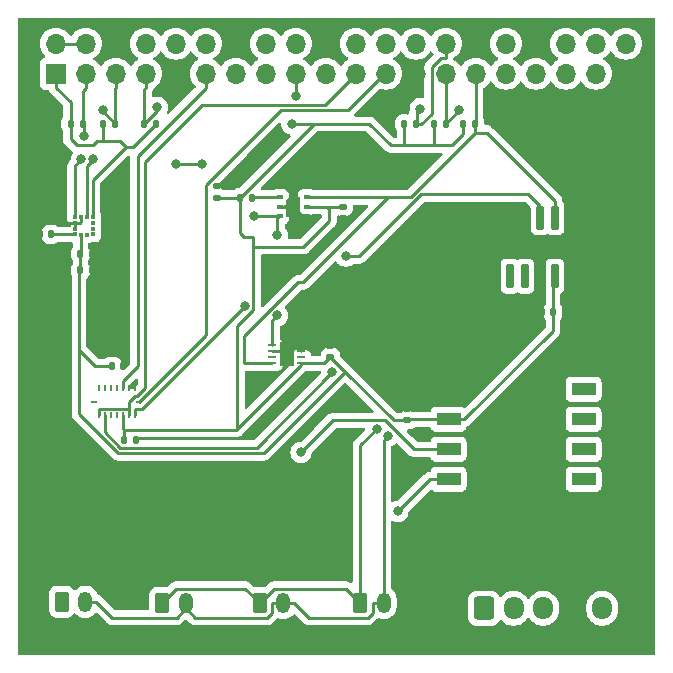
<source format=gtl>
%TF.GenerationSoftware,KiCad,Pcbnew,8.0.2*%
%TF.CreationDate,2024-05-07T14:02:44-06:00*%
%TF.ProjectId,PCB_Project,5043425f-5072-46f6-9a65-63742e6b6963,rev?*%
%TF.SameCoordinates,Original*%
%TF.FileFunction,Copper,L1,Top*%
%TF.FilePolarity,Positive*%
%FSLAX46Y46*%
G04 Gerber Fmt 4.6, Leading zero omitted, Abs format (unit mm)*
G04 Created by KiCad (PCBNEW 8.0.2) date 2024-05-07 14:02:44*
%MOMM*%
%LPD*%
G01*
G04 APERTURE LIST*
G04 Aperture macros list*
%AMRoundRect*
0 Rectangle with rounded corners*
0 $1 Rounding radius*
0 $2 $3 $4 $5 $6 $7 $8 $9 X,Y pos of 4 corners*
0 Add a 4 corners polygon primitive as box body*
4,1,4,$2,$3,$4,$5,$6,$7,$8,$9,$2,$3,0*
0 Add four circle primitives for the rounded corners*
1,1,$1+$1,$2,$3*
1,1,$1+$1,$4,$5*
1,1,$1+$1,$6,$7*
1,1,$1+$1,$8,$9*
0 Add four rect primitives between the rounded corners*
20,1,$1+$1,$2,$3,$4,$5,0*
20,1,$1+$1,$4,$5,$6,$7,0*
20,1,$1+$1,$6,$7,$8,$9,0*
20,1,$1+$1,$8,$9,$2,$3,0*%
%AMFreePoly0*
4,1,14,0.628536,0.853536,0.630000,0.850000,0.630000,-0.850000,0.628536,-0.853536,0.625000,-0.855000,-0.625000,-0.855000,-0.628536,-0.853536,-0.630000,-0.850000,-0.630000,0.550000,-0.628536,0.553536,-0.328536,0.853536,-0.325000,0.855000,0.625000,0.855000,0.628536,0.853536,0.628536,0.853536,$1*%
G04 Aperture macros list end*
%TA.AperFunction,ComponentPad*%
%ADD10R,1.700000X1.700000*%
%TD*%
%TA.AperFunction,ComponentPad*%
%ADD11O,1.700000X1.700000*%
%TD*%
%TA.AperFunction,ComponentPad*%
%ADD12RoundRect,0.250000X-0.350000X-0.625000X0.350000X-0.625000X0.350000X0.625000X-0.350000X0.625000X0*%
%TD*%
%TA.AperFunction,ComponentPad*%
%ADD13O,1.200000X1.750000*%
%TD*%
%TA.AperFunction,SMDPad,CuDef*%
%ADD14R,0.375000X0.350000*%
%TD*%
%TA.AperFunction,SMDPad,CuDef*%
%ADD15R,0.350000X0.375000*%
%TD*%
%TA.AperFunction,SMDPad,CuDef*%
%ADD16RoundRect,0.140000X0.140000X0.170000X-0.140000X0.170000X-0.140000X-0.170000X0.140000X-0.170000X0*%
%TD*%
%TA.AperFunction,SMDPad,CuDef*%
%ADD17RoundRect,0.135000X-0.135000X-0.185000X0.135000X-0.185000X0.135000X0.185000X-0.135000X0.185000X0*%
%TD*%
%TA.AperFunction,ComponentPad*%
%ADD18RoundRect,0.250000X-0.600000X-0.725000X0.600000X-0.725000X0.600000X0.725000X-0.600000X0.725000X0*%
%TD*%
%TA.AperFunction,ComponentPad*%
%ADD19O,1.700000X1.950000*%
%TD*%
%TA.AperFunction,SMDPad,CuDef*%
%ADD20RoundRect,0.140000X0.170000X-0.140000X0.170000X0.140000X-0.170000X0.140000X-0.170000X-0.140000X0*%
%TD*%
%TA.AperFunction,SMDPad,CuDef*%
%ADD21RoundRect,0.140000X-0.140000X-0.170000X0.140000X-0.170000X0.140000X0.170000X-0.140000X0.170000X0*%
%TD*%
%TA.AperFunction,SMDPad,CuDef*%
%ADD22R,0.762000X0.254000*%
%TD*%
%TA.AperFunction,SMDPad,CuDef*%
%ADD23R,1.295400X2.006600*%
%TD*%
%TA.AperFunction,SMDPad,CuDef*%
%ADD24FreePoly0,0.000000*%
%TD*%
%TA.AperFunction,SMDPad,CuDef*%
%ADD25R,0.550000X0.400000*%
%TD*%
%TA.AperFunction,SMDPad,CuDef*%
%ADD26RoundRect,0.135000X0.135000X0.185000X-0.135000X0.185000X-0.135000X-0.185000X0.135000X-0.185000X0*%
%TD*%
%TA.AperFunction,SMDPad,CuDef*%
%ADD27R,2.030000X1.140000*%
%TD*%
%TA.AperFunction,SMDPad,CuDef*%
%ADD28R,0.254000X0.482600*%
%TD*%
%TA.AperFunction,SMDPad,CuDef*%
%ADD29R,0.482600X0.254000*%
%TD*%
%TA.AperFunction,SMDPad,CuDef*%
%ADD30RoundRect,0.140000X-0.170000X0.140000X-0.170000X-0.140000X0.170000X-0.140000X0.170000X0.140000X0*%
%TD*%
%TA.AperFunction,SMDPad,CuDef*%
%ADD31RoundRect,0.042000X-0.258000X0.943000X-0.258000X-0.943000X0.258000X-0.943000X0.258000X0.943000X0*%
%TD*%
%TA.AperFunction,ViaPad*%
%ADD32C,0.800000*%
%TD*%
%TA.AperFunction,Conductor*%
%ADD33C,0.250000*%
%TD*%
G04 APERTURE END LIST*
D10*
%TO.P,U4,1,3V3*%
%TO.N,+3V3*%
X117240000Y-62740000D03*
D11*
%TO.P,U4,2,5V*%
%TO.N,+5V*%
X117240000Y-60200000D03*
%TO.P,U4,3,GPIO_2*%
%TO.N,I2C_SCL_1*%
X119780000Y-62740000D03*
%TO.P,U4,4,5V*%
%TO.N,+5V*%
X119780000Y-60200000D03*
%TO.P,U4,5,GPIO_3*%
%TO.N,I2C_SDA_1*%
X122320000Y-62740000D03*
%TO.P,U4,6,GND*%
%TO.N,GND*%
X122320000Y-60200000D03*
%TO.P,U4,7,GPIO_4*%
%TO.N,I2C_SDA_2*%
X124860000Y-62740000D03*
%TO.P,U4,8,GPIO_14*%
%TO.N,Pi_TX*%
X124860000Y-60200000D03*
%TO.P,U4,9,GND*%
%TO.N,GND*%
X127400000Y-62740000D03*
%TO.P,U4,10,GPIO_15*%
%TO.N,Pi_RX*%
X127400000Y-60200000D03*
%TO.P,U4,11,GPIO_17*%
%TO.N,CSB_Gryo_BMI088*%
X129940000Y-62740000D03*
%TO.P,U4,12,GPIO_18*%
%TO.N,nCS_2*%
X129940000Y-60200000D03*
%TO.P,U4,13,GPIO_27*%
%TO.N,unconnected-(U4-GPIO_27-Pad13)*%
X132480000Y-62740000D03*
%TO.P,U4,14,GND*%
%TO.N,GND*%
X132480000Y-60200000D03*
%TO.P,U4,15,GPIO_22*%
%TO.N,unconnected-(U4-GPIO_22-Pad15)*%
X135020000Y-62740000D03*
%TO.P,U4,16,GPIO_23*%
%TO.N,unconnected-(U4-GPIO_23-Pad16)*%
X135020000Y-60200000D03*
%TO.P,U4,17,3V3*%
%TO.N,+3V3*%
X137560000Y-62740000D03*
%TO.P,U4,18,GPIO_24*%
%TO.N,unconnected-(U4-GPIO_24-Pad18)*%
X137560000Y-60200000D03*
%TO.P,U4,19,GPIO_10*%
%TO.N,SDI_1*%
X140100000Y-62740000D03*
%TO.P,U4,20,GND*%
%TO.N,GND*%
X140100000Y-60200000D03*
%TO.P,U4,21,GPIO_9*%
%TO.N,SDO_1*%
X142640000Y-62740000D03*
%TO.P,U4,22,GPIO_25*%
%TO.N,unconnected-(U4-GPIO_25-Pad22)*%
X142640000Y-60200000D03*
%TO.P,U4,23,GPIO_11*%
%TO.N,SCK_1*%
X145180000Y-62740000D03*
%TO.P,U4,24,GPIO_8*%
%TO.N,unconnected-(U4-GPIO_8-Pad24)*%
X145180000Y-60200000D03*
%TO.P,U4,25,GND*%
%TO.N,GND*%
X147720000Y-62740000D03*
%TO.P,U4,26,GPIO_7*%
%TO.N,CSB_Accel_BMI088*%
X147720000Y-60200000D03*
%TO.P,U4,27,GPIO_0*%
%TO.N,I2C_SDA_M*%
X150260000Y-62740000D03*
%TO.P,U4,28,GPIO_1*%
%TO.N,I2C_SCL_M*%
X150260000Y-60200000D03*
%TO.P,U4,29,GPIO_5*%
%TO.N,I2C_SCL_2*%
X152800000Y-62740000D03*
%TO.P,U4,30,GND*%
%TO.N,GND*%
X152800000Y-60200000D03*
%TO.P,U4,31,GPIO_6*%
%TO.N,unconnected-(U4-GPIO_6-Pad31)*%
X155340000Y-62740000D03*
%TO.P,U4,32,GPIO_12*%
%TO.N,unconnected-(U4-GPIO_12-Pad32)*%
X155340000Y-60200000D03*
%TO.P,U4,33,GPIO_13*%
%TO.N,unconnected-(U4-GPIO_13-Pad33)*%
X157880000Y-62740000D03*
%TO.P,U4,34,GND*%
%TO.N,GND*%
X157880000Y-60200000D03*
%TO.P,U4,35,GPIO_19*%
%TO.N,SDO_2*%
X160420000Y-62740000D03*
%TO.P,U4,36,GPIO_16*%
%TO.N,unconnected-(U4-GPIO_16-Pad36)*%
X160420000Y-60200000D03*
%TO.P,U4,37,GPIO_26*%
%TO.N,unconnected-(U4-GPIO_26-Pad37)*%
X162960000Y-62740000D03*
%TO.P,U4,38,GPIO_20*%
%TO.N,SDI_2*%
X162960000Y-60200000D03*
%TO.P,U4,39,GND*%
%TO.N,GND*%
X165500000Y-62740000D03*
%TO.P,U4,40,GPIO_21*%
%TO.N,SCLK_2*%
X165500000Y-60200000D03*
%TD*%
D12*
%TO.P,J4,1,Pin_1*%
%TO.N,I2C_SCL_M*%
X134500000Y-107550000D03*
D13*
%TO.P,J4,2,Pin_2*%
%TO.N,I2C_SDA_M*%
X136500000Y-107550000D03*
%TD*%
D14*
%TO.P,U12,1,SCL*%
%TO.N,I2C_SCL_1*%
X118837500Y-74850000D03*
%TO.P,U12,2,GND*%
%TO.N,GND*%
X118837500Y-75350000D03*
%TO.P,U12,3,GND*%
X118837500Y-75850000D03*
%TO.P,U12,4,C1*%
%TO.N,Net-(U12-C1)*%
X118837500Y-76350000D03*
D15*
%TO.P,U12,5,VDD*%
%TO.N,+3V3*%
X119350000Y-76362500D03*
%TO.P,U12,6,VDD_io*%
X119850000Y-76362500D03*
D14*
%TO.P,U12,7,Int*%
%TO.N,unconnected-(U12-Int-Pad7)*%
X120362500Y-76350000D03*
%TO.P,U12,8,DRDY*%
%TO.N,unconnected-(U12-DRDY-Pad8)*%
X120362500Y-75850000D03*
%TO.P,U12,9,SA1*%
%TO.N,+3V3*%
X120362500Y-75350000D03*
%TO.P,U12,10,CS*%
X120362500Y-74850000D03*
D15*
%TO.P,U12,11,SDA*%
%TO.N,I2C_SDA_1*%
X119850000Y-74837500D03*
%TO.P,U12,12,GND*%
%TO.N,GND*%
X119350000Y-74837500D03*
%TD*%
D12*
%TO.P,J5,1,Pin_1*%
%TO.N,I2C_SCL_M*%
X143000000Y-107550000D03*
D13*
%TO.P,J5,2,Pin_2*%
%TO.N,I2C_SDA_M*%
X145000000Y-107550000D03*
%TD*%
D16*
%TO.P,C10,1*%
%TO.N,Net-(U12-C1)*%
X116822500Y-76350000D03*
%TO.P,C10,2*%
%TO.N,GND*%
X115862500Y-76350000D03*
%TD*%
D17*
%TO.P,R3,2*%
%TO.N,Net-(U9-VDD)*%
X133860000Y-73250000D03*
%TO.P,R3,1*%
%TO.N,+3V3*%
X132840000Y-73250000D03*
%TD*%
D18*
%TO.P,J2,1,Vin*%
%TO.N,+5V*%
X153500000Y-108000000D03*
D19*
%TO.P,J2,2,UART_TXD_(Out)*%
%TO.N,Pi_TX*%
X156000000Y-108000000D03*
%TO.P,J2,3,UART_RX_(In)*%
%TO.N,Pi_RX*%
X158500000Y-108000000D03*
%TO.P,J2,4,GND*%
%TO.N,GND*%
X161000000Y-108000000D03*
%TO.P,J2,5,Reserved*%
%TO.N,unconnected-(J2-Reserved-Pad5)*%
X163500000Y-108000000D03*
%TD*%
D20*
%TO.P,C8,2*%
%TO.N,+3V3*%
X141600000Y-74000000D03*
%TO.P,C8,1*%
%TO.N,GND*%
X141600000Y-74960000D03*
%TD*%
%TO.P,C14,1*%
%TO.N,+3V3*%
X140500000Y-86730000D03*
%TO.P,C14,2*%
%TO.N,GND*%
X140500000Y-85770000D03*
%TD*%
D17*
%TO.P,R8,2*%
%TO.N,I2C_SDA_M*%
X150250000Y-67000000D03*
%TO.P,R8,1*%
%TO.N,+3V3*%
X149230000Y-67000000D03*
%TD*%
D21*
%TO.P,C11,2*%
%TO.N,GND*%
X120280000Y-79400000D03*
%TO.P,C11,1*%
%TO.N,+3V3*%
X119320000Y-79400000D03*
%TD*%
D12*
%TO.P,J6,1,Pin_1*%
%TO.N,I2C_SCL_M*%
X117750000Y-107450000D03*
D13*
%TO.P,J6,2,Pin_2*%
%TO.N,I2C_SDA_M*%
X119750000Y-107450000D03*
%TD*%
D22*
%TO.P,U10,1,SDA*%
%TO.N,I2C_SDA_2*%
X135561600Y-85749999D03*
%TO.P,U10,2,ADDR*%
%TO.N,GND*%
X135561600Y-86250000D03*
%TO.P,U10,3,ALERT*%
%TO.N,unconnected-(U10-ALERT-Pad3)*%
X135561600Y-86750000D03*
%TO.P,U10,4,SCL*%
%TO.N,I2C_SCL_2*%
X135561600Y-87250001D03*
%TO.P,U10,5,VDD*%
%TO.N,+3V3*%
X138000000Y-87250001D03*
%TO.P,U10,6,RESET*%
%TO.N,unconnected-(U10-RESET-Pad6)*%
X138000000Y-86750000D03*
%TO.P,U10,7,ADDR1*%
%TO.N,GND*%
X138000000Y-86250000D03*
%TO.P,U10,8,GND*%
X138000000Y-85749999D03*
D23*
%TO.P,U10,9,E_PAD*%
X136780800Y-86500000D03*
%TD*%
D21*
%TO.P,C4,1*%
%TO.N,+3V3*%
X123040000Y-93750000D03*
%TO.P,C4,2*%
%TO.N,GND*%
X124000000Y-93750000D03*
%TD*%
D17*
%TO.P,R5,1*%
%TO.N,+3V3*%
X121240000Y-67000000D03*
%TO.P,R5,2*%
%TO.N,I2C_SDA_1*%
X122260000Y-67000000D03*
%TD*%
D24*
%TO.P,U9,7,die_pad*%
%TO.N,GND*%
X137350000Y-74000000D03*
D25*
%TO.P,U9,6,SCL*%
%TO.N,I2C_SCL_2*%
X138500000Y-73200000D03*
%TO.P,U9,5,VDDH*%
%TO.N,+3V3*%
X138500000Y-74000000D03*
%TO.P,U9,4,n/a*%
%TO.N,GND*%
X138500000Y-74800000D03*
%TO.P,U9,3,SDA*%
%TO.N,I2C_SDA_2*%
X136200000Y-74800000D03*
%TO.P,U9,2,VSS*%
%TO.N,GND*%
X136200000Y-74000000D03*
%TO.P,U9,1,VDD*%
%TO.N,Net-(U9-VDD)*%
X136200000Y-73200000D03*
%TD*%
D17*
%TO.P,R4,2*%
%TO.N,I2C_SCL_1*%
X119510000Y-67000000D03*
%TO.P,R4,1*%
%TO.N,+3V3*%
X118490000Y-67000000D03*
%TD*%
D12*
%TO.P,J3,1,Pin_1*%
%TO.N,I2C_SCL_M*%
X126250000Y-107550000D03*
D13*
%TO.P,J3,2,Pin_2*%
%TO.N,I2C_SDA_M*%
X128250000Y-107550000D03*
%TD*%
D20*
%TO.P,C9,2*%
%TO.N,GND*%
X130850000Y-72270000D03*
%TO.P,C9,1*%
%TO.N,+3V3*%
X130850000Y-73230000D03*
%TD*%
D26*
%TO.P,R2,1*%
%TO.N,+3V3*%
X125760000Y-67000000D03*
%TO.P,R2,2*%
%TO.N,I2C_SDA_2*%
X124740000Y-67000000D03*
%TD*%
D17*
%TO.P,R9,2*%
%TO.N,I2C_SCL_M*%
X147760000Y-67000000D03*
%TO.P,R9,1*%
%TO.N,+3V3*%
X146740000Y-67000000D03*
%TD*%
%TO.P,R1,2*%
%TO.N,I2C_SCL_2*%
X152760000Y-67000000D03*
%TO.P,R1,1*%
%TO.N,+3V3*%
X151740000Y-67000000D03*
%TD*%
D27*
%TO.P,U8,8,N/A*%
%TO.N,unconnected-(U8-N{slash}A-Pad8)*%
X161930000Y-89460000D03*
%TO.P,U8,7,N/A*%
%TO.N,unconnected-(U8-N{slash}A-Pad7)*%
X161930000Y-92000000D03*
%TO.P,U8,6,N/A*%
%TO.N,unconnected-(U8-N{slash}A-Pad6)*%
X161930000Y-94540000D03*
%TO.P,U8,5,N/C*%
%TO.N,unconnected-(U8-N{slash}C-Pad5)*%
X161930000Y-97080000D03*
%TO.P,U8,4,SCL*%
%TO.N,I2C_SCL_1*%
X150500000Y-97080000D03*
%TO.P,U8,3,SDA*%
%TO.N,I2C_SDA_1*%
X150500000Y-94540000D03*
%TO.P,U8,2,VCC*%
%TO.N,+3V3*%
X150500000Y-92000000D03*
%TO.P,U8,1,GND*%
%TO.N,GND*%
X150500000Y-89460000D03*
%TD*%
D28*
%TO.P,U2,1,INT2*%
%TO.N,unconnected-(U2-INT2-Pad1)*%
X120911300Y-89344300D03*
%TO.P,U2,2,NC*%
%TO.N,GND*%
X121411299Y-89344300D03*
%TO.P,U2,3,VDD*%
%TO.N,+3V3*%
X121911301Y-89344300D03*
%TO.P,U2,4,GND*%
%TO.N,GND*%
X122411300Y-89344300D03*
%TO.P,U2,5,CSB2*%
%TO.N,CSB_Gryo_BMI088*%
X122911299Y-89344300D03*
%TO.P,U2,6,GNDIO*%
%TO.N,GND*%
X123411301Y-89344300D03*
%TO.P,U2,7,PS*%
X123911300Y-89344300D03*
D29*
%TO.P,U2,8,SCK*%
%TO.N,SCK_1*%
X124322600Y-90500000D03*
D28*
%TO.P,U2,9,SDI*%
%TO.N,SDI_1*%
X123911300Y-91655700D03*
%TO.P,U2,10,SDO2*%
%TO.N,SDO_1*%
X123411301Y-91655700D03*
%TO.P,U2,11,VDDIO*%
%TO.N,+3V3*%
X122911299Y-91655700D03*
%TO.P,U2,12,INT3*%
%TO.N,unconnected-(U2-INT3-Pad12)*%
X122411300Y-91655700D03*
%TO.P,U2,13,INT4*%
%TO.N,unconnected-(U2-INT4-Pad13)*%
X121911301Y-91655700D03*
%TO.P,U2,14,CSB1*%
%TO.N,CSB_Accel_BMI088*%
X121411299Y-91655700D03*
%TO.P,U2,15,SDO1*%
%TO.N,SDO_1*%
X120911300Y-91655700D03*
D29*
%TO.P,U2,16,INT1*%
%TO.N,unconnected-(U2-INT1-Pad16)*%
X120500000Y-90500000D03*
%TD*%
D21*
%TO.P,C5,1*%
%TO.N,+3V3*%
X122000000Y-87500000D03*
%TO.P,C5,2*%
%TO.N,GND*%
X122960000Y-87500000D03*
%TD*%
D30*
%TO.P,C15,2*%
%TO.N,+3V3*%
X147000000Y-92080000D03*
%TO.P,C15,1*%
%TO.N,GND*%
X147000000Y-91120000D03*
%TD*%
D21*
%TO.P,C12,2*%
%TO.N,GND*%
X120280000Y-78000000D03*
%TO.P,C12,1*%
%TO.N,+3V3*%
X119320000Y-78000000D03*
%TD*%
D16*
%TO.P,C13,1*%
%TO.N,+3V3*%
X159330000Y-82925000D03*
%TO.P,C13,2*%
%TO.N,GND*%
X158370000Y-82925000D03*
%TD*%
D31*
%TO.P,U11,8,VDD*%
%TO.N,+3V3*%
X159505000Y-79875000D03*
%TO.P,U11,7,GND*%
%TO.N,GND*%
X158235000Y-79875000D03*
%TO.P,U11,6,CT*%
%TO.N,unconnected-(U11-CT-Pad6)*%
X156965000Y-79875000D03*
%TO.P,U11,5,INT*%
%TO.N,unconnected-(U11-INT-Pad5)*%
X155695000Y-79875000D03*
%TO.P,U11,4,A1*%
%TO.N,GND*%
X155695000Y-74925000D03*
%TO.P,U11,3,A0*%
X156965000Y-74925000D03*
%TO.P,U11,2,SDA*%
%TO.N,I2C_SDA_2*%
X158235000Y-74925000D03*
%TO.P,U11,1,SCL*%
%TO.N,I2C_SCL_2*%
X159505000Y-74925000D03*
%TD*%
D32*
%TO.N,GND*%
X137600000Y-76000000D03*
X141000000Y-76200000D03*
%TO.N,I2C_SCL_1*%
X146200000Y-99800000D03*
%TO.N,I2C_SDA_1*%
X138000000Y-94800000D03*
X121200000Y-65800000D03*
X120400000Y-70000000D03*
%TO.N,I2C_SDA_2*%
X141800000Y-78200000D03*
%TO.N,I2C_SCL_M*%
X144400000Y-92800000D03*
X148100000Y-65700000D03*
%TO.N,I2C_SDA_M*%
X151400000Y-65800000D03*
X145400000Y-93400000D03*
%TO.N,+3V3*%
X137200000Y-67000000D03*
X137560000Y-64600000D03*
%TO.N,I2C_SCL_1*%
X119600000Y-68000000D03*
X119400000Y-70000000D03*
%TO.N,I2C_SDA_2*%
X125835308Y-65600000D03*
X134000000Y-74800000D03*
X129600000Y-70400000D03*
X127400000Y-70400000D03*
X136000000Y-76400000D03*
X136000000Y-83200000D03*
%TO.N,SDI_1*%
X133248800Y-82421500D03*
%TO.N,CSB_Accel_BMI088*%
X140640700Y-88034100D03*
%TD*%
D33*
%TO.N,+3V3*%
X119200000Y-86120000D02*
X119200000Y-79520000D01*
X119200000Y-79520000D02*
X119320000Y-79400000D01*
X122000000Y-87500000D02*
X120580000Y-87500000D01*
X120580000Y-87500000D02*
X119200000Y-86120000D01*
%TO.N,I2C_SDA_2*%
X125835308Y-65600000D02*
X125835308Y-65904692D01*
X125835308Y-65904692D02*
X124740000Y-67000000D01*
%TO.N,+3V3*%
X122680000Y-68440000D02*
X121200000Y-68440000D01*
X121200000Y-68440000D02*
X120760000Y-68440000D01*
X121240000Y-68400000D02*
X121200000Y-68440000D01*
X121240000Y-67000000D02*
X121240000Y-68400000D01*
%TO.N,GND*%
X141600000Y-74960000D02*
X141600000Y-75600000D01*
X141600000Y-75600000D02*
X141000000Y-76200000D01*
%TO.N,+3V3*%
X140200000Y-74000000D02*
X140400000Y-74200000D01*
X140400000Y-74200000D02*
X140400000Y-75200000D01*
X134000000Y-77400000D02*
X133978800Y-77421200D01*
X140400000Y-75200000D02*
X138200000Y-77400000D01*
X138200000Y-77400000D02*
X134000000Y-77400000D01*
%TO.N,I2C_SCL_2*%
X135561600Y-87250000D02*
X133200000Y-87250000D01*
X133200000Y-84974695D02*
X137774695Y-80400000D01*
X133200000Y-87250000D02*
X133200000Y-84974695D01*
X137774695Y-80400000D02*
X138200000Y-80400000D01*
X138200000Y-80400000D02*
X145400000Y-73200000D01*
X145400000Y-73200000D02*
X142237200Y-73200000D01*
%TO.N,I2C_SCL_1*%
X150500000Y-97080000D02*
X148920000Y-97080000D01*
X148920000Y-97080000D02*
X146200000Y-99800000D01*
%TO.N,I2C_SDA_1*%
X120400000Y-70000000D02*
X120400000Y-70025305D01*
X119850000Y-70575305D02*
X119850000Y-74837500D01*
X120400000Y-70025305D02*
X119850000Y-70575305D01*
X147565305Y-94540000D02*
X145100305Y-92075000D01*
X140725000Y-92075000D02*
X138000000Y-94800000D01*
X145100305Y-92075000D02*
X140725000Y-92075000D01*
X150500000Y-94540000D02*
X147565305Y-94540000D01*
X121200000Y-65800000D02*
X121200000Y-65940000D01*
X121200000Y-65940000D02*
X122260000Y-67000000D01*
%TO.N,I2C_SDA_2*%
X148159448Y-72959448D02*
X142918896Y-78200000D01*
X142918896Y-78200000D02*
X141800000Y-78200000D01*
X157254447Y-72959448D02*
X148159448Y-72959448D01*
X158235000Y-73940001D02*
X157254447Y-72959448D01*
X158235000Y-74925000D02*
X158235000Y-73940001D01*
%TO.N,I2C_SCL_2*%
X159505000Y-74925000D02*
X159505000Y-73505000D01*
X159505000Y-73505000D02*
X153722500Y-67722500D01*
X153722500Y-67722500D02*
X152760000Y-67722500D01*
%TO.N,I2C_SCL_M*%
X148100000Y-65700000D02*
X147800000Y-66000000D01*
X147800000Y-66000000D02*
X147800000Y-66960000D01*
X147800000Y-66960000D02*
X147760000Y-67000000D01*
X149083300Y-66116700D02*
X149083300Y-62185600D01*
X148200000Y-67000000D02*
X149083300Y-66116700D01*
X149083300Y-62185600D02*
X149892200Y-61376700D01*
X147760000Y-67000000D02*
X148200000Y-67000000D01*
X150260000Y-61376700D02*
X150260000Y-60200000D01*
X149892200Y-61376700D02*
X150260000Y-61376700D01*
X143000000Y-94200000D02*
X144400000Y-92800000D01*
X143000000Y-107550000D02*
X143000000Y-94200000D01*
%TO.N,I2C_SDA_M*%
X145000000Y-93800000D02*
X145400000Y-93400000D01*
X145000000Y-107550000D02*
X145000000Y-93800000D01*
X151400000Y-65800000D02*
X151400000Y-65850000D01*
X151400000Y-65850000D02*
X150250000Y-67000000D01*
%TO.N,GND*%
X138500000Y-74800000D02*
X138150000Y-74800000D01*
X138150000Y-74800000D02*
X137350000Y-74000000D01*
X136200000Y-74000000D02*
X137350000Y-74000000D01*
%TO.N,+3V3*%
X137560000Y-64600000D02*
X137560000Y-62740000D01*
X137200000Y-67000000D02*
X139090000Y-67000000D01*
%TO.N,SDO_1*%
X123411300Y-90570800D02*
X123957200Y-90024900D01*
X124819900Y-70180100D02*
X129650000Y-65350000D01*
X123957200Y-90024900D02*
X124139300Y-90024900D01*
X124139300Y-90024900D02*
X124819900Y-89344300D01*
X124819900Y-89344300D02*
X124819900Y-70180100D01*
X123411300Y-91087700D02*
X123411300Y-90570800D01*
X129650000Y-65350000D02*
X140030000Y-65350000D01*
X140030000Y-65350000D02*
X142640000Y-62740000D01*
%TO.N,+3V3*%
X150800000Y-68800000D02*
X149200000Y-68800000D01*
X149230000Y-68770000D02*
X149200000Y-68800000D01*
X149200000Y-68800000D02*
X146800000Y-68800000D01*
X149230000Y-67000000D02*
X149230000Y-68770000D01*
X146740000Y-67000000D02*
X146740000Y-68740000D01*
X146800000Y-68800000D02*
X145600000Y-68800000D01*
X146740000Y-68740000D02*
X146800000Y-68800000D01*
X143800000Y-67000000D02*
X139090000Y-67000000D01*
X151740000Y-67000000D02*
X151740000Y-67860000D01*
X151740000Y-67860000D02*
X150800000Y-68800000D01*
X145600000Y-68800000D02*
X143800000Y-67000000D01*
%TO.N,GND*%
X136780800Y-86500000D02*
X136530800Y-86250000D01*
X136530800Y-86250000D02*
X135561600Y-86250000D01*
X138000000Y-85749999D02*
X138000000Y-86250000D01*
X118150000Y-75350000D02*
X118837500Y-75350000D01*
X118150000Y-75350000D02*
X117800000Y-75000000D01*
X118837500Y-75850000D02*
X118837500Y-75350000D01*
X119350000Y-74837500D02*
X119350000Y-75275000D01*
X119350000Y-75275000D02*
X119275000Y-75350000D01*
X119275000Y-75350000D02*
X118837500Y-75350000D01*
%TO.N,I2C_SCL_1*%
X119600000Y-67090000D02*
X119510000Y-67000000D01*
X118837500Y-74850000D02*
X118837500Y-70562500D01*
X118837500Y-70562500D02*
X119400000Y-70000000D01*
X119600000Y-68000000D02*
X119600000Y-67090000D01*
%TO.N,+3V3*%
X118490000Y-67000000D02*
X118490000Y-68290000D01*
X118490000Y-68290000D02*
X119000000Y-68800000D01*
X119000000Y-68800000D02*
X120400000Y-68800000D01*
X120400000Y-68800000D02*
X120760000Y-68440000D01*
X122680000Y-68440000D02*
X123192700Y-68952700D01*
%TO.N,I2C_SDA_2*%
X129600000Y-70400000D02*
X127400000Y-70400000D01*
X136200000Y-74800000D02*
X134000000Y-74800000D01*
X136000000Y-76400000D02*
X136000000Y-75000000D01*
X136000000Y-75000000D02*
X136200000Y-74800000D01*
%TO.N,+3V3*%
X133978800Y-76600000D02*
X133978800Y-77421200D01*
X133978800Y-77421200D02*
X133973800Y-77426200D01*
%TO.N,I2C_SDA_2*%
X135561600Y-83638400D02*
X136000000Y-83200000D01*
X135561600Y-85749999D02*
X135561600Y-83638400D01*
%TO.N,+3V3*%
X133973800Y-77426200D02*
X133973800Y-82721805D01*
X133973800Y-82721805D02*
X132600000Y-84095605D01*
X132600000Y-84095605D02*
X132600000Y-92793900D01*
X132600000Y-92793900D02*
X132499200Y-92894700D01*
X140500000Y-86730000D02*
X139980000Y-87250000D01*
X138000000Y-87393900D02*
X132499200Y-92894700D01*
X139980000Y-87250000D02*
X138000000Y-87250000D01*
X138000000Y-87250000D02*
X138000000Y-87393900D01*
X132499200Y-92894700D02*
X123040000Y-92894700D01*
X119200000Y-86120000D02*
X119200000Y-91528000D01*
X119200000Y-91528000D02*
X122546600Y-94874600D01*
X122546600Y-94874600D02*
X134846100Y-94874600D01*
X134846100Y-94874600D02*
X141745400Y-87975300D01*
X119320000Y-78000000D02*
X119320000Y-79400000D01*
X119350000Y-76362500D02*
X119350000Y-77970000D01*
X119350000Y-77970000D02*
X119320000Y-78000000D01*
%TO.N,Net-(U12-C1)*%
X118837500Y-76350000D02*
X116822500Y-76350000D01*
%TO.N,+3V3*%
X123192700Y-68952700D02*
X120362500Y-71782900D01*
X120362500Y-71782900D02*
X120362500Y-74850000D01*
%TO.N,SCK_1*%
X124322600Y-90500000D02*
X129970200Y-84852400D01*
X142000000Y-65800000D02*
X145060000Y-62740000D01*
X129970200Y-84852400D02*
X129970200Y-72166000D01*
X129970200Y-72166000D02*
X136336200Y-65800000D01*
X145060000Y-62740000D02*
X145180000Y-62740000D01*
X136336200Y-65800000D02*
X142000000Y-65800000D01*
%TO.N,+3V3*%
X133200000Y-76600000D02*
X133978800Y-76600000D01*
X132840000Y-73250000D02*
X132840000Y-76240000D01*
X132840000Y-76240000D02*
X133200000Y-76600000D01*
%TO.N,SDI_1*%
X123911300Y-91655700D02*
X123911300Y-91087700D01*
X124582600Y-91087700D02*
X133248800Y-82421500D01*
X123911300Y-91087700D02*
X124582600Y-91087700D01*
%TO.N,SDO_1*%
X123411300Y-91655700D02*
X123411300Y-91087700D01*
X120911300Y-91655700D02*
X120911300Y-91087700D01*
X120911300Y-91087700D02*
X123411300Y-91087700D01*
%TO.N,Net-(U9-VDD)*%
X133910000Y-73200000D02*
X133860000Y-73250000D01*
X136200000Y-73200000D02*
X133910000Y-73200000D01*
%TO.N,CSB_Gryo_BMI088*%
X129940000Y-62740000D02*
X129940000Y-63916700D01*
X122911300Y-89344300D02*
X122911300Y-88776300D01*
X124173800Y-69682900D02*
X129940000Y-63916700D01*
X124173800Y-87513800D02*
X124173800Y-69682900D01*
X122911300Y-88776300D02*
X124173800Y-87513800D01*
%TO.N,I2C_SCL_2*%
X152760000Y-67722500D02*
X152760000Y-67000000D01*
X152800000Y-66960000D02*
X152800000Y-62740000D01*
X152760000Y-67000000D02*
X152800000Y-66960000D01*
X138500000Y-73200000D02*
X142237200Y-73200000D01*
X147282500Y-73200000D02*
X152760000Y-67722500D01*
X142237200Y-73200000D02*
X147282500Y-73200000D01*
%TO.N,I2C_SCL_M*%
X133298300Y-106348300D02*
X134500000Y-107550000D01*
X127451700Y-106348300D02*
X133298300Y-106348300D01*
X126250000Y-107550000D02*
X127451700Y-106348300D01*
X135701700Y-106348300D02*
X134500000Y-107550000D01*
X141798300Y-106348300D02*
X135701700Y-106348300D01*
X143000000Y-107550000D02*
X141798300Y-106348300D01*
%TO.N,I2C_SDA_2*%
X124740000Y-64036700D02*
X124860000Y-63916700D01*
X124740000Y-67000000D02*
X124740000Y-64036700D01*
X124860000Y-63328300D02*
X124860000Y-63916700D01*
X124860000Y-63328300D02*
X124860000Y-62740000D01*
X158235000Y-74925000D02*
X158235000Y-75442100D01*
%TO.N,I2C_SDA_1*%
X122320000Y-63328300D02*
X122320000Y-63916700D01*
X122320000Y-63328300D02*
X122320000Y-62740000D01*
X122260000Y-63976700D02*
X122260000Y-67000000D01*
X122320000Y-63916700D02*
X122260000Y-63976700D01*
X122908400Y-62740000D02*
X122320000Y-62740000D01*
%TO.N,I2C_SDA_M*%
X119750000Y-107450000D02*
X120676700Y-107450000D01*
X138664800Y-108788100D02*
X137426700Y-107550000D01*
X143646100Y-108788100D02*
X138664800Y-108788100D01*
X144073300Y-108360900D02*
X143646100Y-108788100D01*
X144073300Y-107550000D02*
X144073300Y-108360900D01*
X145000000Y-107550000D02*
X144073300Y-107550000D01*
X136500000Y-107550000D02*
X137426700Y-107550000D01*
X136500000Y-107550000D02*
X135573300Y-107550000D01*
X135573300Y-108360900D02*
X135573300Y-107550000D01*
X135129500Y-108804700D02*
X135573300Y-108360900D01*
X129041300Y-108804700D02*
X135129500Y-108804700D01*
X128250000Y-108013400D02*
X129041300Y-108804700D01*
X128250000Y-107550000D02*
X128250000Y-108013400D01*
X122014800Y-108788100D02*
X120676700Y-107450000D01*
X127475300Y-108788100D02*
X122014800Y-108788100D01*
X128250000Y-108013400D02*
X127475300Y-108788100D01*
X150250000Y-63926700D02*
X150260000Y-63916700D01*
X150250000Y-67000000D02*
X150250000Y-63926700D01*
X150260000Y-62740000D02*
X150260000Y-63916700D01*
%TO.N,I2C_SCL_1*%
X119780000Y-63328300D02*
X119780000Y-63147500D01*
X119780000Y-63328300D02*
X119780000Y-63916700D01*
X119510000Y-64186700D02*
X119510000Y-67000000D01*
X119780000Y-63916700D02*
X119510000Y-64186700D01*
X119780000Y-62740000D02*
X119780000Y-63147500D01*
%TO.N,CSB_Accel_BMI088*%
X121411300Y-93097700D02*
X121411300Y-91655700D01*
X122711500Y-94397900D02*
X121411300Y-93097700D01*
X134276900Y-94397900D02*
X122711500Y-94397900D01*
X140640700Y-88034100D02*
X134276900Y-94397900D01*
%TO.N,+3V3*%
X159330000Y-80050000D02*
X159330000Y-82925000D01*
X159505000Y-79875000D02*
X159330000Y-80050000D01*
X150500000Y-92000000D02*
X151841700Y-92000000D01*
X147080000Y-92000000D02*
X147000000Y-92080000D01*
X149158300Y-92000000D02*
X147080000Y-92000000D01*
X150500000Y-92000000D02*
X149158300Y-92000000D01*
X159330000Y-84511700D02*
X151841700Y-92000000D01*
X159330000Y-82925000D02*
X159330000Y-84511700D01*
X123040000Y-93750000D02*
X123040000Y-92894700D01*
X138500000Y-74000000D02*
X139157000Y-74000000D01*
X139157000Y-74000000D02*
X141600000Y-74000000D01*
X117240000Y-62740000D02*
X117240000Y-63916700D01*
X122000000Y-87500000D02*
X121911300Y-87588700D01*
X122911300Y-92766000D02*
X122911300Y-91655700D01*
X123040000Y-92894700D02*
X122911300Y-92766000D01*
X145850000Y-92080000D02*
X141745400Y-87975300D01*
X147000000Y-92080000D02*
X145850000Y-92080000D01*
X141745400Y-87975300D02*
X140500000Y-86730000D01*
X132820000Y-73230000D02*
X132840000Y-73250000D01*
X130850000Y-73230000D02*
X132820000Y-73230000D01*
X139090000Y-67000000D02*
X132840000Y-73250000D01*
X118490000Y-65166700D02*
X118490000Y-67000000D01*
X117240000Y-63916700D02*
X118490000Y-65166700D01*
X123807300Y-68952700D02*
X125760000Y-67000000D01*
X123192700Y-68952700D02*
X123807300Y-68952700D01*
%TO.N,+5V*%
X119780000Y-60200000D02*
X117240000Y-60200000D01*
%TD*%
%TA.AperFunction,Conductor*%
%TO.N,GND*%
G36*
X139681232Y-87895185D02*
G01*
X139726987Y-87947989D01*
X139737509Y-88012511D01*
X139737373Y-88013800D01*
X139710762Y-88078404D01*
X139701738Y-88088470D01*
X134054129Y-93736081D01*
X133992806Y-93769566D01*
X133966448Y-93772400D01*
X123944500Y-93772400D01*
X123877461Y-93752715D01*
X123831706Y-93699911D01*
X123820500Y-93648400D01*
X123820500Y-93644200D01*
X123840185Y-93577161D01*
X123892989Y-93531406D01*
X123944500Y-93520200D01*
X132560808Y-93520200D01*
X132560808Y-93520199D01*
X132643689Y-93503714D01*
X132643690Y-93503714D01*
X132656458Y-93501174D01*
X132681652Y-93496163D01*
X132723070Y-93479007D01*
X132795486Y-93449012D01*
X132846709Y-93414784D01*
X132897933Y-93380558D01*
X132985058Y-93293433D01*
X132985058Y-93293432D01*
X132985059Y-93293432D01*
X133037164Y-93241326D01*
X133085858Y-93192633D01*
X133085858Y-93192631D01*
X133092919Y-93185571D01*
X133092925Y-93185564D01*
X138366670Y-87911819D01*
X138427993Y-87878334D01*
X138454351Y-87875500D01*
X139614193Y-87875500D01*
X139681232Y-87895185D01*
G37*
%TD.AperFunction*%
%TA.AperFunction,Conductor*%
G36*
X124113734Y-88560970D02*
G01*
X124169667Y-88602842D01*
X124194084Y-88668306D01*
X124194400Y-88677152D01*
X124194400Y-89033847D01*
X124174715Y-89100886D01*
X124158081Y-89121528D01*
X123902987Y-89376621D01*
X123841664Y-89410106D01*
X123839498Y-89410557D01*
X123774754Y-89423435D01*
X123774740Y-89423439D01*
X123710250Y-89450152D01*
X123640780Y-89457621D01*
X123578301Y-89426345D01*
X123542650Y-89366256D01*
X123538798Y-89335591D01*
X123538798Y-89084754D01*
X123558483Y-89017715D01*
X123575117Y-88997073D01*
X123982719Y-88589471D01*
X124044042Y-88555986D01*
X124113734Y-88560970D01*
G37*
%TD.AperFunction*%
%TA.AperFunction,Conductor*%
G36*
X123467634Y-69664870D02*
G01*
X123523567Y-69706742D01*
X123547984Y-69772206D01*
X123548300Y-69781052D01*
X123548300Y-87203347D01*
X123528615Y-87270386D01*
X123511981Y-87291028D01*
X122992181Y-87810828D01*
X122930858Y-87844313D01*
X122861166Y-87839329D01*
X122805233Y-87797457D01*
X122780816Y-87731993D01*
X122780500Y-87723147D01*
X122780500Y-87265317D01*
X122780499Y-87265302D01*
X122779665Y-87254709D01*
X122777643Y-87229007D01*
X122732494Y-87073605D01*
X122650117Y-86934313D01*
X122650115Y-86934311D01*
X122650112Y-86934307D01*
X122535692Y-86819887D01*
X122535684Y-86819881D01*
X122396393Y-86737505D01*
X122396390Y-86737504D01*
X122240997Y-86692357D01*
X122240991Y-86692356D01*
X122204697Y-86689500D01*
X122204690Y-86689500D01*
X121795310Y-86689500D01*
X121795302Y-86689500D01*
X121759008Y-86692356D01*
X121759002Y-86692357D01*
X121603609Y-86737504D01*
X121603606Y-86737505D01*
X121464315Y-86819881D01*
X121464307Y-86819887D01*
X121446014Y-86838181D01*
X121384691Y-86871666D01*
X121358333Y-86874500D01*
X120890453Y-86874500D01*
X120823414Y-86854815D01*
X120802772Y-86838181D01*
X119861819Y-85897228D01*
X119828334Y-85835905D01*
X119825500Y-85809547D01*
X119825500Y-80161667D01*
X119845185Y-80094628D01*
X119861819Y-80073986D01*
X119970112Y-79965692D01*
X119970117Y-79965687D01*
X120052494Y-79826395D01*
X120097643Y-79670993D01*
X120100500Y-79634690D01*
X120100500Y-79165310D01*
X120097643Y-79129007D01*
X120052494Y-78973605D01*
X119970117Y-78834313D01*
X119966146Y-78827598D01*
X119967789Y-78826626D01*
X119945984Y-78771070D01*
X119945500Y-78760121D01*
X119945500Y-78639878D01*
X119965185Y-78572839D01*
X119969480Y-78566763D01*
X119970115Y-78565688D01*
X119970117Y-78565687D01*
X120052494Y-78426395D01*
X120097643Y-78270993D01*
X120100500Y-78234690D01*
X120100500Y-77765310D01*
X120097643Y-77729007D01*
X120052494Y-77573605D01*
X119992768Y-77472613D01*
X119975500Y-77409492D01*
X119975500Y-77172351D01*
X119995185Y-77105312D01*
X120047989Y-77059557D01*
X120086247Y-77049061D01*
X120132483Y-77044091D01*
X120161365Y-77033317D01*
X120204700Y-77025499D01*
X120597871Y-77025499D01*
X120597872Y-77025499D01*
X120657483Y-77019091D01*
X120792331Y-76968796D01*
X120907546Y-76882546D01*
X120993796Y-76767331D01*
X121044091Y-76632483D01*
X121050500Y-76572873D01*
X121050499Y-76127128D01*
X121049008Y-76113258D01*
X121049008Y-76086749D01*
X121050500Y-76072873D01*
X121050499Y-75627128D01*
X121050366Y-75625894D01*
X121049008Y-75613258D01*
X121049008Y-75586749D01*
X121050500Y-75572873D01*
X121050499Y-75127128D01*
X121049008Y-75113258D01*
X121049008Y-75086749D01*
X121050500Y-75072873D01*
X121050499Y-74627128D01*
X121044091Y-74567517D01*
X121040372Y-74557547D01*
X120995818Y-74438090D01*
X120988000Y-74394757D01*
X120988000Y-72093352D01*
X121007685Y-72026313D01*
X121024319Y-72005671D01*
X123336619Y-69693371D01*
X123397942Y-69659886D01*
X123467634Y-69664870D01*
G37*
%TD.AperFunction*%
%TA.AperFunction,Conductor*%
G36*
X143657586Y-73845185D02*
G01*
X143703341Y-73897989D01*
X143713285Y-73967147D01*
X143684260Y-74030703D01*
X143678228Y-74037181D01*
X137977229Y-79738181D01*
X137915906Y-79771666D01*
X137889548Y-79774500D01*
X137713084Y-79774500D01*
X137592248Y-79798535D01*
X137592236Y-79798539D01*
X137559957Y-79811909D01*
X137545092Y-79818067D01*
X137478414Y-79845685D01*
X137478412Y-79845686D01*
X137375961Y-79914141D01*
X137375958Y-79914144D01*
X134810981Y-82479122D01*
X134749658Y-82512607D01*
X134679966Y-82507623D01*
X134624033Y-82465751D01*
X134599616Y-82400287D01*
X134599300Y-82391441D01*
X134599300Y-78149500D01*
X134618985Y-78082461D01*
X134671789Y-78036706D01*
X134723300Y-78025500D01*
X138261608Y-78025500D01*
X138261608Y-78025499D01*
X138330764Y-78011744D01*
X138330765Y-78011744D01*
X138343774Y-78009156D01*
X138382452Y-78001463D01*
X138433032Y-77980512D01*
X138496286Y-77954312D01*
X138559523Y-77912057D01*
X138598733Y-77885858D01*
X138685858Y-77798733D01*
X138685859Y-77798731D01*
X138692925Y-77791665D01*
X138692928Y-77791661D01*
X140798729Y-75685860D01*
X140798733Y-75685858D01*
X140885858Y-75598733D01*
X140908972Y-75564141D01*
X140949353Y-75503707D01*
X140949354Y-75503703D01*
X140954312Y-75496285D01*
X140989697Y-75410858D01*
X141001463Y-75382452D01*
X141013481Y-75322029D01*
X141025500Y-75261607D01*
X141025500Y-75138393D01*
X141025500Y-74854618D01*
X141045185Y-74787579D01*
X141097989Y-74741824D01*
X141167147Y-74731880D01*
X141184095Y-74735542D01*
X141329002Y-74777642D01*
X141329005Y-74777642D01*
X141329007Y-74777643D01*
X141365310Y-74780500D01*
X141365318Y-74780500D01*
X141834682Y-74780500D01*
X141834690Y-74780500D01*
X141870993Y-74777643D01*
X141870995Y-74777642D01*
X141870997Y-74777642D01*
X141911975Y-74765736D01*
X142026395Y-74732494D01*
X142165687Y-74650117D01*
X142280117Y-74535687D01*
X142362494Y-74396395D01*
X142405643Y-74247876D01*
X142407642Y-74240997D01*
X142407643Y-74240991D01*
X142410499Y-74204697D01*
X142410500Y-74204690D01*
X142410500Y-73949500D01*
X142430185Y-73882461D01*
X142482989Y-73836706D01*
X142534500Y-73825500D01*
X143590547Y-73825500D01*
X143657586Y-73845185D01*
G37*
%TD.AperFunction*%
%TA.AperFunction,Conductor*%
G36*
X143556587Y-67645185D02*
G01*
X143577229Y-67661819D01*
X145201262Y-69285854D01*
X145201265Y-69285857D01*
X145263008Y-69327112D01*
X145303714Y-69354311D01*
X145417548Y-69401463D01*
X145538388Y-69425499D01*
X145538392Y-69425500D01*
X145538393Y-69425500D01*
X145538394Y-69425500D01*
X146738393Y-69425500D01*
X146738394Y-69425500D01*
X149138393Y-69425500D01*
X149138394Y-69425500D01*
X149873048Y-69425500D01*
X149940087Y-69445185D01*
X149985842Y-69497989D01*
X149995786Y-69567147D01*
X149966761Y-69630703D01*
X149960729Y-69637181D01*
X147059729Y-72538181D01*
X146998406Y-72571666D01*
X146972048Y-72574500D01*
X145467741Y-72574500D01*
X145467721Y-72574499D01*
X145461607Y-72574499D01*
X145338394Y-72574499D01*
X145332280Y-72574499D01*
X145332260Y-72574500D01*
X139082487Y-72574500D01*
X139023058Y-72559331D01*
X139017330Y-72556203D01*
X138882486Y-72505910D01*
X138882485Y-72505909D01*
X138882483Y-72505909D01*
X138822873Y-72499500D01*
X138822863Y-72499500D01*
X138177129Y-72499500D01*
X138177123Y-72499501D01*
X138117516Y-72505908D01*
X137982671Y-72556202D01*
X137982664Y-72556206D01*
X137867455Y-72642452D01*
X137867452Y-72642455D01*
X137781206Y-72757664D01*
X137781202Y-72757671D01*
X137730910Y-72892513D01*
X137730909Y-72892517D01*
X137724500Y-72952127D01*
X137724500Y-72952134D01*
X137724500Y-72952135D01*
X137724500Y-73447870D01*
X137724501Y-73447876D01*
X137730908Y-73507482D01*
X137749253Y-73556666D01*
X137754237Y-73626358D01*
X137749253Y-73643331D01*
X137730910Y-73692511D01*
X137730909Y-73692515D01*
X137730909Y-73692517D01*
X137724500Y-73752127D01*
X137724500Y-73752134D01*
X137724500Y-73752135D01*
X137724500Y-74247870D01*
X137724501Y-74247876D01*
X137730908Y-74307483D01*
X137781202Y-74442328D01*
X137781206Y-74442335D01*
X137867452Y-74557544D01*
X137867455Y-74557547D01*
X137982664Y-74643793D01*
X137982671Y-74643797D01*
X137999603Y-74650112D01*
X138117517Y-74694091D01*
X138177127Y-74700500D01*
X138822872Y-74700499D01*
X138882483Y-74694091D01*
X139017331Y-74643796D01*
X139017333Y-74643793D01*
X139023058Y-74640669D01*
X139082487Y-74625500D01*
X139095394Y-74625500D01*
X139650500Y-74625500D01*
X139717539Y-74645185D01*
X139763294Y-74697989D01*
X139774500Y-74749500D01*
X139774500Y-74889548D01*
X139754815Y-74956587D01*
X139738181Y-74977229D01*
X137977229Y-76738181D01*
X137915906Y-76771666D01*
X137889548Y-76774500D01*
X136995831Y-76774500D01*
X136928792Y-76754815D01*
X136883037Y-76702011D01*
X136873093Y-76632853D01*
X136877900Y-76612182D01*
X136878436Y-76610529D01*
X136885674Y-76588256D01*
X136905460Y-76400000D01*
X136885674Y-76211744D01*
X136827179Y-76031716D01*
X136732533Y-75867784D01*
X136657350Y-75784284D01*
X136627120Y-75721292D01*
X136625500Y-75701312D01*
X136625500Y-75564141D01*
X136645185Y-75497102D01*
X136697989Y-75451347D01*
X136706149Y-75447966D01*
X136717331Y-75443796D01*
X136832546Y-75357546D01*
X136918796Y-75242331D01*
X136969091Y-75107483D01*
X136975500Y-75047873D01*
X136975499Y-74552128D01*
X136969091Y-74492517D01*
X136950374Y-74442335D01*
X136918797Y-74357671D01*
X136918793Y-74357664D01*
X136832547Y-74242455D01*
X136832544Y-74242452D01*
X136717335Y-74156206D01*
X136717328Y-74156202D01*
X136610027Y-74116182D01*
X136554093Y-74074311D01*
X136529676Y-74008847D01*
X136544527Y-73940574D01*
X136593932Y-73891168D01*
X136610027Y-73883818D01*
X136685951Y-73855500D01*
X136717331Y-73843796D01*
X136832546Y-73757546D01*
X136918796Y-73642331D01*
X136969091Y-73507483D01*
X136975500Y-73447873D01*
X136975499Y-72952128D01*
X136969091Y-72892517D01*
X136918796Y-72757669D01*
X136918795Y-72757668D01*
X136918793Y-72757664D01*
X136832547Y-72642455D01*
X136832544Y-72642452D01*
X136717335Y-72556206D01*
X136717328Y-72556202D01*
X136582486Y-72505910D01*
X136582485Y-72505909D01*
X136582483Y-72505909D01*
X136522873Y-72499500D01*
X136522863Y-72499500D01*
X135877129Y-72499500D01*
X135877123Y-72499501D01*
X135817516Y-72505908D01*
X135682669Y-72556203D01*
X135676942Y-72559331D01*
X135617513Y-72574500D01*
X134699451Y-72574500D01*
X134632412Y-72554815D01*
X134586657Y-72502011D01*
X134576713Y-72432853D01*
X134605738Y-72369297D01*
X134611770Y-72362819D01*
X136897947Y-70076643D01*
X139312771Y-67661819D01*
X139374094Y-67628334D01*
X139400452Y-67625500D01*
X143489548Y-67625500D01*
X143556587Y-67645185D01*
G37*
%TD.AperFunction*%
%TA.AperFunction,Conductor*%
G36*
X136215691Y-66907612D02*
G01*
X136271624Y-66949484D01*
X136295678Y-67010832D01*
X136314326Y-67188256D01*
X136314327Y-67188259D01*
X136372818Y-67368277D01*
X136372821Y-67368284D01*
X136467467Y-67532216D01*
X136584162Y-67661819D01*
X136594129Y-67672888D01*
X136747265Y-67784148D01*
X136747270Y-67784151D01*
X136920192Y-67861142D01*
X136920193Y-67861142D01*
X136920197Y-67861144D01*
X137046539Y-67887998D01*
X137108020Y-67921190D01*
X137141797Y-67982353D01*
X137137145Y-68052067D01*
X137108439Y-68096969D01*
X132812227Y-72393181D01*
X132750904Y-72426666D01*
X132724547Y-72429500D01*
X132640831Y-72429500D01*
X132640807Y-72429501D01*
X132604794Y-72432335D01*
X132450611Y-72477129D01*
X132450606Y-72477131D01*
X132312404Y-72558863D01*
X132312396Y-72558869D01*
X132303085Y-72568181D01*
X132241762Y-72601666D01*
X132215404Y-72604500D01*
X131489878Y-72604500D01*
X131422839Y-72584815D01*
X131416763Y-72580519D01*
X131290605Y-72505910D01*
X131276395Y-72497506D01*
X131276394Y-72497505D01*
X131276393Y-72497505D01*
X131276390Y-72497504D01*
X131120997Y-72452357D01*
X131120991Y-72452356D01*
X131084697Y-72449500D01*
X131084690Y-72449500D01*
X130870652Y-72449500D01*
X130803613Y-72429815D01*
X130757858Y-72377011D01*
X130747914Y-72307853D01*
X130776939Y-72244297D01*
X130782971Y-72237819D01*
X133404942Y-69615848D01*
X136084678Y-66936111D01*
X136145999Y-66902628D01*
X136215691Y-66907612D01*
G37*
%TD.AperFunction*%
%TA.AperFunction,Conductor*%
G36*
X149074855Y-60866546D02*
G01*
X149091571Y-60885837D01*
X149199468Y-61039929D01*
X149221795Y-61106135D01*
X149204785Y-61173902D01*
X149185574Y-61198733D01*
X148684569Y-61699740D01*
X148597444Y-61786864D01*
X148597438Y-61786872D01*
X148528990Y-61889308D01*
X148528988Y-61889313D01*
X148481840Y-62003138D01*
X148481835Y-62003154D01*
X148459689Y-62114493D01*
X148459690Y-62114494D01*
X148457800Y-62123996D01*
X148457800Y-64702308D01*
X148438115Y-64769347D01*
X148385311Y-64815102D01*
X148316153Y-64825046D01*
X148308019Y-64823598D01*
X148271572Y-64815851D01*
X148194646Y-64799500D01*
X148005354Y-64799500D01*
X147972897Y-64806398D01*
X147820197Y-64838855D01*
X147820192Y-64838857D01*
X147647270Y-64915848D01*
X147647265Y-64915851D01*
X147494129Y-65027111D01*
X147367466Y-65167785D01*
X147272821Y-65331715D01*
X147272818Y-65331722D01*
X147222588Y-65486315D01*
X147214326Y-65511744D01*
X147205050Y-65600000D01*
X147194540Y-65700000D01*
X147202121Y-65772138D01*
X147198400Y-65811310D01*
X147199725Y-65811574D01*
X147174500Y-65938389D01*
X147174500Y-66075083D01*
X147154815Y-66142122D01*
X147102011Y-66187877D01*
X147032853Y-66197821D01*
X147015906Y-66194160D01*
X146975202Y-66182334D01*
X146939181Y-66179500D01*
X146540830Y-66179500D01*
X146540808Y-66179501D01*
X146504794Y-66182335D01*
X146350611Y-66227129D01*
X146350606Y-66227131D01*
X146212404Y-66308863D01*
X146212396Y-66308869D01*
X146098869Y-66422396D01*
X146098863Y-66422404D01*
X146017131Y-66560606D01*
X146017129Y-66560611D01*
X145972335Y-66714791D01*
X145972334Y-66714797D01*
X145969500Y-66750811D01*
X145969500Y-67249169D01*
X145969501Y-67249191D01*
X145972335Y-67285205D01*
X146017129Y-67439388D01*
X146017131Y-67439393D01*
X146097232Y-67574837D01*
X146114500Y-67637958D01*
X146114500Y-68050500D01*
X146094815Y-68117539D01*
X146042011Y-68163294D01*
X145990500Y-68174500D01*
X145910453Y-68174500D01*
X145843414Y-68154815D01*
X145822772Y-68138181D01*
X144292928Y-66608338D01*
X144292925Y-66608334D01*
X144292925Y-66608335D01*
X144285858Y-66601268D01*
X144285858Y-66601267D01*
X144198733Y-66514142D01*
X144136992Y-66472888D01*
X144136993Y-66472888D01*
X144136991Y-66472886D01*
X144096290Y-66445690D01*
X144096286Y-66445688D01*
X144015792Y-66412347D01*
X144002321Y-66406767D01*
X143982453Y-66398537D01*
X143972427Y-66396543D01*
X143922029Y-66386518D01*
X143861610Y-66374500D01*
X143861607Y-66374500D01*
X143861606Y-66374500D01*
X142609451Y-66374500D01*
X142542412Y-66354815D01*
X142496657Y-66302011D01*
X142486713Y-66232853D01*
X142515738Y-66169297D01*
X142521770Y-66162819D01*
X143565531Y-65119058D01*
X144629712Y-64054876D01*
X144691033Y-64021393D01*
X144749481Y-64022783D01*
X144944592Y-64075063D01*
X145121034Y-64090500D01*
X145179999Y-64095659D01*
X145180000Y-64095659D01*
X145180001Y-64095659D01*
X145238966Y-64090500D01*
X145415408Y-64075063D01*
X145643663Y-64013903D01*
X145857830Y-63914035D01*
X146051401Y-63778495D01*
X146218495Y-63611401D01*
X146354035Y-63417830D01*
X146453903Y-63203663D01*
X146515063Y-62975408D01*
X146535659Y-62740000D01*
X146515063Y-62504592D01*
X146453903Y-62276337D01*
X146354035Y-62062171D01*
X146348425Y-62054158D01*
X146218494Y-61868597D01*
X146051402Y-61701506D01*
X146051396Y-61701501D01*
X145865842Y-61571575D01*
X145822217Y-61516998D01*
X145815023Y-61447500D01*
X145846546Y-61385145D01*
X145865842Y-61368425D01*
X145978054Y-61289853D01*
X146051401Y-61238495D01*
X146218495Y-61071401D01*
X146348426Y-60885841D01*
X146403002Y-60842217D01*
X146472500Y-60835023D01*
X146534855Y-60866546D01*
X146551575Y-60885842D01*
X146681500Y-61071395D01*
X146681505Y-61071401D01*
X146848599Y-61238495D01*
X146921946Y-61289853D01*
X147042165Y-61374032D01*
X147042167Y-61374033D01*
X147042170Y-61374035D01*
X147256337Y-61473903D01*
X147484592Y-61535063D01*
X147672918Y-61551539D01*
X147719999Y-61555659D01*
X147720000Y-61555659D01*
X147720001Y-61555659D01*
X147759234Y-61552226D01*
X147955408Y-61535063D01*
X148183663Y-61473903D01*
X148397830Y-61374035D01*
X148591401Y-61238495D01*
X148758495Y-61071401D01*
X148888426Y-60885841D01*
X148943002Y-60842217D01*
X149012500Y-60835023D01*
X149074855Y-60866546D01*
G37*
%TD.AperFunction*%
%TA.AperFunction,Conductor*%
G36*
X128754855Y-60866546D02*
G01*
X128771575Y-60885842D01*
X128901501Y-61071396D01*
X128901506Y-61071402D01*
X129068597Y-61238493D01*
X129068603Y-61238498D01*
X129254158Y-61368425D01*
X129297783Y-61423002D01*
X129304977Y-61492500D01*
X129273454Y-61554855D01*
X129254158Y-61571575D01*
X129068597Y-61701505D01*
X128901505Y-61868597D01*
X128765965Y-62062169D01*
X128765964Y-62062171D01*
X128666098Y-62276335D01*
X128666094Y-62276344D01*
X128604938Y-62504586D01*
X128604936Y-62504596D01*
X128584341Y-62739999D01*
X128584341Y-62740000D01*
X128604936Y-62975403D01*
X128604938Y-62975413D01*
X128666094Y-63203655D01*
X128666096Y-63203659D01*
X128666097Y-63203663D01*
X128670000Y-63212032D01*
X128765965Y-63417830D01*
X128765967Y-63417834D01*
X128874281Y-63572521D01*
X128901501Y-63611396D01*
X128901506Y-63611402D01*
X129043425Y-63753321D01*
X129076910Y-63814644D01*
X129071926Y-63884336D01*
X129043425Y-63928683D01*
X126861632Y-66110476D01*
X126800309Y-66143961D01*
X126730617Y-66138977D01*
X126674684Y-66097105D01*
X126650267Y-66031641D01*
X126660677Y-65972347D01*
X126662482Y-65968292D01*
X126662487Y-65968284D01*
X126720982Y-65788256D01*
X126740768Y-65600000D01*
X126720982Y-65411744D01*
X126662487Y-65231716D01*
X126567841Y-65067784D01*
X126441179Y-64927112D01*
X126425677Y-64915849D01*
X126288042Y-64815851D01*
X126288037Y-64815848D01*
X126115115Y-64738857D01*
X126115110Y-64738855D01*
X125954959Y-64704815D01*
X125929954Y-64699500D01*
X125740662Y-64699500D01*
X125715657Y-64704815D01*
X125555505Y-64738855D01*
X125555504Y-64738855D01*
X125539935Y-64745788D01*
X125470685Y-64755072D01*
X125407408Y-64725443D01*
X125370196Y-64666308D01*
X125365500Y-64632508D01*
X125365500Y-64323651D01*
X125385185Y-64256612D01*
X125386398Y-64254760D01*
X125397097Y-64238748D01*
X125414312Y-64212985D01*
X125461463Y-64099151D01*
X125461871Y-64097103D01*
X125482194Y-63994931D01*
X125514579Y-63933020D01*
X125533934Y-63917910D01*
X125533395Y-63917140D01*
X125537828Y-63914035D01*
X125537830Y-63914035D01*
X125731401Y-63778495D01*
X125898495Y-63611401D01*
X126034035Y-63417830D01*
X126133903Y-63203663D01*
X126195063Y-62975408D01*
X126215659Y-62740000D01*
X126195063Y-62504592D01*
X126133903Y-62276337D01*
X126034035Y-62062171D01*
X126028425Y-62054158D01*
X125898494Y-61868597D01*
X125731402Y-61701506D01*
X125731396Y-61701501D01*
X125545842Y-61571575D01*
X125502217Y-61516998D01*
X125495023Y-61447500D01*
X125526546Y-61385145D01*
X125545842Y-61368425D01*
X125658054Y-61289853D01*
X125731401Y-61238495D01*
X125898495Y-61071401D01*
X126028426Y-60885841D01*
X126083002Y-60842217D01*
X126152500Y-60835023D01*
X126214855Y-60866546D01*
X126231575Y-60885842D01*
X126361500Y-61071395D01*
X126361505Y-61071401D01*
X126528599Y-61238495D01*
X126601946Y-61289853D01*
X126722165Y-61374032D01*
X126722167Y-61374033D01*
X126722170Y-61374035D01*
X126936337Y-61473903D01*
X127164592Y-61535063D01*
X127352918Y-61551539D01*
X127399999Y-61555659D01*
X127400000Y-61555659D01*
X127400001Y-61555659D01*
X127439234Y-61552226D01*
X127635408Y-61535063D01*
X127863663Y-61473903D01*
X128077830Y-61374035D01*
X128271401Y-61238495D01*
X128438495Y-61071401D01*
X128568426Y-60885841D01*
X128623002Y-60842217D01*
X128692500Y-60835023D01*
X128754855Y-60866546D01*
G37*
%TD.AperFunction*%
%TA.AperFunction,Conductor*%
G36*
X167943039Y-58019685D02*
G01*
X167988794Y-58072489D01*
X168000000Y-58124000D01*
X168000000Y-111876000D01*
X167980315Y-111943039D01*
X167927511Y-111988794D01*
X167876000Y-112000000D01*
X114124000Y-112000000D01*
X114056961Y-111980315D01*
X114011206Y-111927511D01*
X114000000Y-111876000D01*
X114000000Y-60199999D01*
X115884341Y-60199999D01*
X115884341Y-60200000D01*
X115904936Y-60435403D01*
X115904938Y-60435413D01*
X115966094Y-60663655D01*
X115966096Y-60663659D01*
X115966097Y-60663663D01*
X115970000Y-60672032D01*
X116065965Y-60877830D01*
X116065967Y-60877834D01*
X116174281Y-61032521D01*
X116201501Y-61071396D01*
X116201506Y-61071402D01*
X116323430Y-61193326D01*
X116356915Y-61254649D01*
X116351931Y-61324341D01*
X116310059Y-61380274D01*
X116279083Y-61397189D01*
X116147669Y-61446203D01*
X116147664Y-61446206D01*
X116032455Y-61532452D01*
X116032452Y-61532455D01*
X115946206Y-61647664D01*
X115946202Y-61647671D01*
X115895908Y-61782517D01*
X115889501Y-61842116D01*
X115889500Y-61842135D01*
X115889500Y-63637870D01*
X115889501Y-63637876D01*
X115895908Y-63697483D01*
X115946202Y-63832328D01*
X115946206Y-63832335D01*
X116032452Y-63947544D01*
X116032454Y-63947546D01*
X116147664Y-64033793D01*
X116147671Y-64033797D01*
X116174955Y-64043973D01*
X116282517Y-64084091D01*
X116342127Y-64090500D01*
X116552097Y-64090499D01*
X116619137Y-64110183D01*
X116664892Y-64162987D01*
X116666659Y-64167046D01*
X116685687Y-64212983D01*
X116685690Y-64212989D01*
X116719914Y-64264207D01*
X116719915Y-64264209D01*
X116754141Y-64315433D01*
X116845586Y-64406878D01*
X116845608Y-64406898D01*
X117828181Y-65389471D01*
X117861666Y-65450794D01*
X117864500Y-65477152D01*
X117864500Y-66362041D01*
X117847232Y-66425161D01*
X117767133Y-66560602D01*
X117767129Y-66560611D01*
X117722335Y-66714791D01*
X117722334Y-66714797D01*
X117719500Y-66750811D01*
X117719500Y-67249169D01*
X117719501Y-67249191D01*
X117722335Y-67285205D01*
X117767129Y-67439388D01*
X117767131Y-67439393D01*
X117847232Y-67574837D01*
X117864500Y-67637958D01*
X117864500Y-68351606D01*
X117888537Y-68472452D01*
X117893942Y-68485500D01*
X117893943Y-68485503D01*
X117935685Y-68586280D01*
X117935690Y-68586289D01*
X117959853Y-68622450D01*
X117959854Y-68622452D01*
X118004141Y-68688732D01*
X118004144Y-68688736D01*
X118095586Y-68780178D01*
X118095608Y-68780198D01*
X118511016Y-69195606D01*
X118511045Y-69195637D01*
X118601263Y-69285855D01*
X118601271Y-69285861D01*
X118628266Y-69303899D01*
X118673072Y-69357511D01*
X118681779Y-69426836D01*
X118666764Y-69469000D01*
X118572820Y-69631718D01*
X118572818Y-69631722D01*
X118524298Y-69781052D01*
X118514326Y-69811744D01*
X118513408Y-69820483D01*
X118496678Y-69979651D01*
X118470093Y-70044266D01*
X118461040Y-70054368D01*
X118438772Y-70076637D01*
X118438770Y-70076639D01*
X118438767Y-70076642D01*
X118395204Y-70120205D01*
X118351641Y-70163767D01*
X118339156Y-70182451D01*
X118339157Y-70182452D01*
X118319585Y-70211744D01*
X118283188Y-70266214D01*
X118260251Y-70321591D01*
X118236038Y-70380045D01*
X118236035Y-70380055D01*
X118212000Y-70500889D01*
X118212000Y-74394757D01*
X118204182Y-74438090D01*
X118159628Y-74557547D01*
X118155909Y-74567517D01*
X118149500Y-74627127D01*
X118149500Y-74627134D01*
X118149500Y-74627135D01*
X118149500Y-75072870D01*
X118149501Y-75072876D01*
X118155908Y-75132483D01*
X118206202Y-75267328D01*
X118206206Y-75267335D01*
X118292452Y-75382544D01*
X118292455Y-75382547D01*
X118407664Y-75468793D01*
X118407671Y-75468797D01*
X118447944Y-75483818D01*
X118503878Y-75525689D01*
X118528295Y-75591153D01*
X118513443Y-75659426D01*
X118464038Y-75708832D01*
X118447960Y-75716176D01*
X118446620Y-75716676D01*
X118403271Y-75724500D01*
X117464167Y-75724500D01*
X117397128Y-75704815D01*
X117376486Y-75688181D01*
X117358192Y-75669887D01*
X117358184Y-75669881D01*
X117262439Y-75613258D01*
X117218895Y-75587506D01*
X117218894Y-75587505D01*
X117218893Y-75587505D01*
X117218890Y-75587504D01*
X117063497Y-75542357D01*
X117063491Y-75542356D01*
X117027197Y-75539500D01*
X117027190Y-75539500D01*
X116617810Y-75539500D01*
X116617802Y-75539500D01*
X116581508Y-75542356D01*
X116581502Y-75542357D01*
X116426109Y-75587504D01*
X116426106Y-75587505D01*
X116286815Y-75669881D01*
X116286807Y-75669887D01*
X116172387Y-75784307D01*
X116172381Y-75784315D01*
X116090005Y-75923606D01*
X116090004Y-75923609D01*
X116044857Y-76079002D01*
X116044856Y-76079008D01*
X116042000Y-76115302D01*
X116042000Y-76584697D01*
X116044856Y-76620991D01*
X116044857Y-76620997D01*
X116090004Y-76776390D01*
X116090005Y-76776393D01*
X116172381Y-76915684D01*
X116172387Y-76915692D01*
X116286807Y-77030112D01*
X116286811Y-77030115D01*
X116286813Y-77030117D01*
X116426105Y-77112494D01*
X116467087Y-77124400D01*
X116581502Y-77157642D01*
X116581505Y-77157642D01*
X116581507Y-77157643D01*
X116617810Y-77160500D01*
X116617818Y-77160500D01*
X117027182Y-77160500D01*
X117027190Y-77160500D01*
X117063493Y-77157643D01*
X117063495Y-77157642D01*
X117063497Y-77157642D01*
X117104475Y-77145736D01*
X117218895Y-77112494D01*
X117358187Y-77030117D01*
X117362806Y-77025498D01*
X117376486Y-77011819D01*
X117437809Y-76978334D01*
X117464167Y-76975500D01*
X118403271Y-76975500D01*
X118446604Y-76983318D01*
X118542516Y-77019091D01*
X118602113Y-77025499D01*
X118602122Y-77025499D01*
X118602127Y-77025500D01*
X118602131Y-77025499D01*
X118605434Y-77025677D01*
X118605424Y-77025855D01*
X118605431Y-77025856D01*
X118605417Y-77025977D01*
X118605366Y-77026946D01*
X118667478Y-77045144D01*
X118713264Y-77097921D01*
X118724500Y-77149499D01*
X118724500Y-77328333D01*
X118704815Y-77395372D01*
X118688181Y-77416014D01*
X118669887Y-77434307D01*
X118669881Y-77434315D01*
X118587505Y-77573606D01*
X118587504Y-77573609D01*
X118542357Y-77729002D01*
X118542356Y-77729008D01*
X118539500Y-77765302D01*
X118539500Y-78234697D01*
X118542356Y-78270991D01*
X118542357Y-78270997D01*
X118587504Y-78426390D01*
X118587505Y-78426393D01*
X118673854Y-78572402D01*
X118672208Y-78573375D01*
X118694014Y-78628915D01*
X118694500Y-78639878D01*
X118694500Y-78760121D01*
X118674815Y-78827160D01*
X118670518Y-78833237D01*
X118587505Y-78973606D01*
X118587504Y-78973609D01*
X118542357Y-79129002D01*
X118542356Y-79129008D01*
X118539500Y-79165302D01*
X118539500Y-79634697D01*
X118542356Y-79670991D01*
X118542357Y-79670993D01*
X118569576Y-79764681D01*
X118574500Y-79799274D01*
X118574500Y-91589610D01*
X118591737Y-91676267D01*
X118598537Y-91710452D01*
X118601376Y-91717306D01*
X118601376Y-91717307D01*
X118645684Y-91824278D01*
X118645691Y-91824292D01*
X118655525Y-91839008D01*
X118655527Y-91839010D01*
X118714141Y-91926732D01*
X118714144Y-91926736D01*
X118805586Y-92018178D01*
X118805608Y-92018198D01*
X122057616Y-95270206D01*
X122057645Y-95270237D01*
X122147864Y-95360456D01*
X122147867Y-95360458D01*
X122199090Y-95394684D01*
X122250314Y-95428912D01*
X122324862Y-95459790D01*
X122364148Y-95476063D01*
X122424571Y-95488081D01*
X122484993Y-95500100D01*
X134907707Y-95500100D01*
X134968129Y-95488081D01*
X135028552Y-95476063D01*
X135067838Y-95459790D01*
X135142386Y-95428912D01*
X135193609Y-95394684D01*
X135193611Y-95394683D01*
X135206371Y-95386156D01*
X135244833Y-95360458D01*
X135331958Y-95273333D01*
X135331958Y-95273331D01*
X135342166Y-95263124D01*
X135342168Y-95263121D01*
X141657713Y-88947575D01*
X141719034Y-88914092D01*
X141788726Y-88919076D01*
X141833074Y-88947578D01*
X144123260Y-91237820D01*
X144156745Y-91299143D01*
X144151759Y-91368835D01*
X144109887Y-91424768D01*
X144044423Y-91449184D01*
X144035578Y-91449500D01*
X140663389Y-91449500D01*
X140602971Y-91461518D01*
X140542548Y-91473537D01*
X140542546Y-91473537D01*
X140542545Y-91473538D01*
X140542543Y-91473538D01*
X140511413Y-91486433D01*
X140428715Y-91520686D01*
X140418627Y-91527428D01*
X140418626Y-91527429D01*
X140326268Y-91589140D01*
X140282705Y-91632703D01*
X140239142Y-91676267D01*
X140239139Y-91676270D01*
X139128163Y-92787247D01*
X138052229Y-93863181D01*
X137990906Y-93896666D01*
X137964548Y-93899500D01*
X137905354Y-93899500D01*
X137885538Y-93903712D01*
X137720197Y-93938855D01*
X137720192Y-93938857D01*
X137547270Y-94015848D01*
X137547265Y-94015851D01*
X137394129Y-94127111D01*
X137267466Y-94267785D01*
X137172821Y-94431715D01*
X137172818Y-94431722D01*
X137147238Y-94510451D01*
X137114326Y-94611744D01*
X137094540Y-94800000D01*
X137114326Y-94988256D01*
X137114327Y-94988259D01*
X137172818Y-95168277D01*
X137172821Y-95168284D01*
X137267467Y-95332216D01*
X137382337Y-95459792D01*
X137394129Y-95472888D01*
X137547265Y-95584148D01*
X137547270Y-95584151D01*
X137720192Y-95661142D01*
X137720197Y-95661144D01*
X137905354Y-95700500D01*
X137905355Y-95700500D01*
X138094644Y-95700500D01*
X138094646Y-95700500D01*
X138279803Y-95661144D01*
X138452730Y-95584151D01*
X138605871Y-95472888D01*
X138732533Y-95332216D01*
X138827179Y-95168284D01*
X138885674Y-94988256D01*
X138903321Y-94820345D01*
X138929905Y-94755732D01*
X138938952Y-94745636D01*
X140947771Y-92736819D01*
X141009094Y-92703334D01*
X141035452Y-92700500D01*
X143315547Y-92700500D01*
X143382586Y-92720185D01*
X143428341Y-92772989D01*
X143438285Y-92842147D01*
X143409260Y-92905703D01*
X143403228Y-92912181D01*
X142514143Y-93801265D01*
X142514138Y-93801271D01*
X142507233Y-93811604D01*
X142507234Y-93811605D01*
X142445689Y-93903712D01*
X142445685Y-93903719D01*
X142398540Y-94017538D01*
X142398535Y-94017554D01*
X142382875Y-94096287D01*
X142374500Y-94138389D01*
X142374500Y-105749033D01*
X142354815Y-105816072D01*
X142302011Y-105861827D01*
X142232853Y-105871771D01*
X142181611Y-105852136D01*
X142145811Y-105828216D01*
X142145809Y-105828215D01*
X142094587Y-105793989D01*
X142094586Y-105793988D01*
X142094583Y-105793986D01*
X142094580Y-105793985D01*
X142014092Y-105760647D01*
X141980753Y-105746837D01*
X141970727Y-105744843D01*
X141920329Y-105734818D01*
X141859910Y-105722800D01*
X141859907Y-105722800D01*
X141859906Y-105722800D01*
X135763306Y-105722800D01*
X135640093Y-105722800D01*
X135640088Y-105722800D01*
X135519255Y-105746835D01*
X135519247Y-105746837D01*
X135405416Y-105793987D01*
X135302965Y-105862442D01*
X135024148Y-106141259D01*
X134962825Y-106174744D01*
X134923869Y-106176936D01*
X134900027Y-106174501D01*
X134900013Y-106174500D01*
X134900009Y-106174500D01*
X134900002Y-106174500D01*
X134099999Y-106174500D01*
X134099988Y-106174501D01*
X134076128Y-106176938D01*
X134007436Y-106164165D01*
X133975851Y-106141260D01*
X133791228Y-105956638D01*
X133791225Y-105956634D01*
X133791225Y-105956635D01*
X133784158Y-105949568D01*
X133784158Y-105949567D01*
X133697033Y-105862442D01*
X133697032Y-105862441D01*
X133697031Y-105862440D01*
X133645809Y-105828215D01*
X133594587Y-105793989D01*
X133594586Y-105793988D01*
X133594583Y-105793986D01*
X133594580Y-105793985D01*
X133514092Y-105760647D01*
X133480753Y-105746837D01*
X133470727Y-105744843D01*
X133420329Y-105734818D01*
X133359910Y-105722800D01*
X133359907Y-105722800D01*
X133359906Y-105722800D01*
X127513306Y-105722800D01*
X127390093Y-105722800D01*
X127390088Y-105722800D01*
X127269255Y-105746835D01*
X127269247Y-105746837D01*
X127155416Y-105793987D01*
X127052965Y-105862442D01*
X126774148Y-106141259D01*
X126712825Y-106174744D01*
X126673869Y-106176936D01*
X126650027Y-106174501D01*
X126650013Y-106174500D01*
X126650009Y-106174500D01*
X126650002Y-106174500D01*
X125849998Y-106174500D01*
X125849980Y-106174501D01*
X125747203Y-106185000D01*
X125747200Y-106185001D01*
X125580668Y-106240185D01*
X125580663Y-106240187D01*
X125431342Y-106332289D01*
X125307289Y-106456342D01*
X125215187Y-106605663D01*
X125215186Y-106605666D01*
X125160001Y-106772203D01*
X125160001Y-106772204D01*
X125160000Y-106772204D01*
X125149500Y-106874983D01*
X125149500Y-106874996D01*
X125149501Y-108038600D01*
X125129816Y-108105639D01*
X125077013Y-108151394D01*
X125025501Y-108162600D01*
X122325252Y-108162600D01*
X122258213Y-108142915D01*
X122237571Y-108126281D01*
X121166898Y-107055608D01*
X121166878Y-107055586D01*
X121075436Y-106964144D01*
X121075432Y-106964141D01*
X121005328Y-106917299D01*
X120972986Y-106895688D01*
X120972984Y-106895687D01*
X120972981Y-106895685D01*
X120868853Y-106852555D01*
X120868851Y-106852554D01*
X120859152Y-106848536D01*
X120856642Y-106847775D01*
X120855487Y-106847018D01*
X120853526Y-106846206D01*
X120853680Y-106845833D01*
X120798203Y-106809477D01*
X120774706Y-106767430D01*
X120769873Y-106752555D01*
X120691233Y-106598213D01*
X120675539Y-106576612D01*
X120589414Y-106458072D01*
X120466928Y-106335586D01*
X120326788Y-106233768D01*
X120172445Y-106155127D01*
X120007701Y-106101598D01*
X120007699Y-106101597D01*
X120007698Y-106101597D01*
X119876271Y-106080781D01*
X119836611Y-106074500D01*
X119663389Y-106074500D01*
X119623728Y-106080781D01*
X119492302Y-106101597D01*
X119327552Y-106155128D01*
X119173211Y-106233768D01*
X119033073Y-106335585D01*
X118925530Y-106443128D01*
X118864207Y-106476612D01*
X118794515Y-106471628D01*
X118738582Y-106429756D01*
X118732310Y-106420543D01*
X118723522Y-106406295D01*
X118692712Y-106356344D01*
X118568656Y-106232288D01*
X118443559Y-106155128D01*
X118419336Y-106140187D01*
X118419331Y-106140185D01*
X118417862Y-106139698D01*
X118252797Y-106085001D01*
X118252795Y-106085000D01*
X118150010Y-106074500D01*
X117349998Y-106074500D01*
X117349980Y-106074501D01*
X117247203Y-106085000D01*
X117247200Y-106085001D01*
X117080668Y-106140185D01*
X117080663Y-106140187D01*
X116931342Y-106232289D01*
X116807289Y-106356342D01*
X116715187Y-106505663D01*
X116715185Y-106505668D01*
X116705465Y-106535001D01*
X116660001Y-106672203D01*
X116660001Y-106672204D01*
X116660000Y-106672204D01*
X116649500Y-106774983D01*
X116649500Y-108125001D01*
X116649501Y-108125018D01*
X116660000Y-108227796D01*
X116660001Y-108227799D01*
X116715185Y-108394331D01*
X116715187Y-108394336D01*
X116744542Y-108441928D01*
X116807288Y-108543656D01*
X116931344Y-108667712D01*
X117080666Y-108759814D01*
X117247203Y-108814999D01*
X117349991Y-108825500D01*
X118150008Y-108825499D01*
X118150016Y-108825498D01*
X118150019Y-108825498D01*
X118206302Y-108819748D01*
X118252797Y-108814999D01*
X118419334Y-108759814D01*
X118568656Y-108667712D01*
X118692712Y-108543656D01*
X118732310Y-108479456D01*
X118784258Y-108432732D01*
X118853220Y-108421509D01*
X118917303Y-108449352D01*
X118925530Y-108456872D01*
X119033072Y-108564414D01*
X119173212Y-108666232D01*
X119327555Y-108744873D01*
X119492299Y-108798402D01*
X119663389Y-108825500D01*
X119663390Y-108825500D01*
X119836610Y-108825500D01*
X119836611Y-108825500D01*
X120007701Y-108798402D01*
X120172445Y-108744873D01*
X120326788Y-108666232D01*
X120466928Y-108564414D01*
X120589414Y-108441928D01*
X120589419Y-108441920D01*
X120591947Y-108438962D01*
X120650453Y-108400767D01*
X120720321Y-108400267D01*
X120773920Y-108431810D01*
X121525816Y-109183706D01*
X121525845Y-109183737D01*
X121616063Y-109273955D01*
X121616067Y-109273958D01*
X121718507Y-109342407D01*
X121718516Y-109342412D01*
X121739539Y-109351120D01*
X121832348Y-109389563D01*
X121892771Y-109401581D01*
X121953193Y-109413600D01*
X127536907Y-109413600D01*
X127597329Y-109401581D01*
X127657752Y-109389563D01*
X127657755Y-109389561D01*
X127657758Y-109389561D01*
X127689149Y-109376557D01*
X127691092Y-109375752D01*
X127771586Y-109342412D01*
X127849189Y-109290558D01*
X127874033Y-109273958D01*
X127961158Y-109186833D01*
X127961159Y-109186831D01*
X127968225Y-109179765D01*
X127968227Y-109179761D01*
X128162321Y-108985667D01*
X128223641Y-108952185D01*
X128293333Y-108957169D01*
X128337680Y-108985670D01*
X128552316Y-109200306D01*
X128552345Y-109200337D01*
X128642563Y-109290555D01*
X128642567Y-109290558D01*
X128745007Y-109359007D01*
X128745016Y-109359012D01*
X128766039Y-109367720D01*
X128858848Y-109406163D01*
X128896238Y-109413600D01*
X128979691Y-109430199D01*
X128979692Y-109430200D01*
X128979693Y-109430200D01*
X135191108Y-109430200D01*
X135191108Y-109430199D01*
X135274562Y-109413600D01*
X135274563Y-109413600D01*
X135293606Y-109409812D01*
X135311952Y-109406163D01*
X135352028Y-109389563D01*
X135425786Y-109359012D01*
X135456476Y-109338504D01*
X135487593Y-109317713D01*
X135487595Y-109317711D01*
X135528233Y-109290558D01*
X135615358Y-109203433D01*
X135615359Y-109203431D01*
X135622425Y-109196365D01*
X135622428Y-109196361D01*
X135945686Y-108873102D01*
X136007007Y-108839619D01*
X136072614Y-108844310D01*
X136072921Y-108843367D01*
X136077553Y-108844872D01*
X136077555Y-108844873D01*
X136242299Y-108898402D01*
X136413389Y-108925500D01*
X136413390Y-108925500D01*
X136586610Y-108925500D01*
X136586611Y-108925500D01*
X136757701Y-108898402D01*
X136922445Y-108844873D01*
X137076788Y-108766232D01*
X137216928Y-108664414D01*
X137339414Y-108541928D01*
X137339419Y-108541920D01*
X137341947Y-108538962D01*
X137400453Y-108500767D01*
X137470321Y-108500267D01*
X137523920Y-108531810D01*
X138175816Y-109183706D01*
X138175845Y-109183737D01*
X138266064Y-109273956D01*
X138266067Y-109273958D01*
X138342990Y-109325356D01*
X138368510Y-109342409D01*
X138368512Y-109342410D01*
X138368515Y-109342412D01*
X138435196Y-109370031D01*
X138435198Y-109370033D01*
X138450949Y-109376557D01*
X138482348Y-109389563D01*
X138542771Y-109401581D01*
X138603193Y-109413600D01*
X143707707Y-109413600D01*
X143768129Y-109401581D01*
X143828552Y-109389563D01*
X143828555Y-109389561D01*
X143828558Y-109389561D01*
X143859949Y-109376557D01*
X143861892Y-109375752D01*
X143942386Y-109342412D01*
X144019989Y-109290558D01*
X144044833Y-109273958D01*
X144131958Y-109186833D01*
X144131959Y-109186831D01*
X144139025Y-109179765D01*
X144139028Y-109179761D01*
X144445686Y-108873102D01*
X144507007Y-108839619D01*
X144572614Y-108844310D01*
X144572921Y-108843367D01*
X144577553Y-108844872D01*
X144577555Y-108844873D01*
X144742299Y-108898402D01*
X144913389Y-108925500D01*
X144913390Y-108925500D01*
X145086610Y-108925500D01*
X145086611Y-108925500D01*
X145257701Y-108898402D01*
X145422445Y-108844873D01*
X145576788Y-108766232D01*
X145716928Y-108664414D01*
X145839414Y-108541928D01*
X145941232Y-108401788D01*
X146019873Y-108247445D01*
X146073402Y-108082701D01*
X146100500Y-107911611D01*
X146100500Y-107224983D01*
X152149500Y-107224983D01*
X152149500Y-108775001D01*
X152149501Y-108775018D01*
X152160000Y-108877796D01*
X152160001Y-108877799D01*
X152205894Y-109016294D01*
X152215186Y-109044334D01*
X152307288Y-109193656D01*
X152431344Y-109317712D01*
X152580666Y-109409814D01*
X152747203Y-109464999D01*
X152849991Y-109475500D01*
X154150008Y-109475499D01*
X154252797Y-109464999D01*
X154419334Y-109409814D01*
X154568656Y-109317712D01*
X154692712Y-109193656D01*
X154784814Y-109044334D01*
X154784814Y-109044331D01*
X154788178Y-109038879D01*
X154840126Y-108992154D01*
X154909088Y-108980931D01*
X154973170Y-109008774D01*
X154981398Y-109016294D01*
X155120213Y-109155109D01*
X155292179Y-109280048D01*
X155292181Y-109280049D01*
X155292184Y-109280051D01*
X155481588Y-109376557D01*
X155683757Y-109442246D01*
X155893713Y-109475500D01*
X155893714Y-109475500D01*
X156106286Y-109475500D01*
X156106287Y-109475500D01*
X156316243Y-109442246D01*
X156518412Y-109376557D01*
X156707816Y-109280051D01*
X156729789Y-109264086D01*
X156879786Y-109155109D01*
X156879788Y-109155106D01*
X156879792Y-109155104D01*
X157030104Y-109004792D01*
X157149683Y-108840204D01*
X157205011Y-108797540D01*
X157274624Y-108791561D01*
X157336420Y-108824166D01*
X157350313Y-108840199D01*
X157431675Y-108952185D01*
X157469896Y-109004792D01*
X157620213Y-109155109D01*
X157792179Y-109280048D01*
X157792181Y-109280049D01*
X157792184Y-109280051D01*
X157981588Y-109376557D01*
X158183757Y-109442246D01*
X158393713Y-109475500D01*
X158393714Y-109475500D01*
X158606286Y-109475500D01*
X158606287Y-109475500D01*
X158816243Y-109442246D01*
X159018412Y-109376557D01*
X159207816Y-109280051D01*
X159229789Y-109264086D01*
X159379786Y-109155109D01*
X159379788Y-109155106D01*
X159379792Y-109155104D01*
X159530104Y-109004792D01*
X159530106Y-109004788D01*
X159530109Y-109004786D01*
X159655048Y-108832820D01*
X159655047Y-108832820D01*
X159655051Y-108832816D01*
X159751557Y-108643412D01*
X159817246Y-108441243D01*
X159850500Y-108231287D01*
X159850500Y-107768713D01*
X162149500Y-107768713D01*
X162149500Y-108231286D01*
X162182392Y-108438962D01*
X162182754Y-108441243D01*
X162216030Y-108543657D01*
X162248444Y-108643414D01*
X162344951Y-108832820D01*
X162469890Y-109004786D01*
X162620213Y-109155109D01*
X162792179Y-109280048D01*
X162792181Y-109280049D01*
X162792184Y-109280051D01*
X162981588Y-109376557D01*
X163183757Y-109442246D01*
X163393713Y-109475500D01*
X163393714Y-109475500D01*
X163606286Y-109475500D01*
X163606287Y-109475500D01*
X163816243Y-109442246D01*
X164018412Y-109376557D01*
X164207816Y-109280051D01*
X164229789Y-109264086D01*
X164379786Y-109155109D01*
X164379788Y-109155106D01*
X164379792Y-109155104D01*
X164530104Y-109004792D01*
X164530106Y-109004788D01*
X164530109Y-109004786D01*
X164655048Y-108832820D01*
X164655047Y-108832820D01*
X164655051Y-108832816D01*
X164751557Y-108643412D01*
X164817246Y-108441243D01*
X164850500Y-108231287D01*
X164850500Y-107768713D01*
X164817246Y-107558757D01*
X164751557Y-107356588D01*
X164655051Y-107167184D01*
X164655049Y-107167181D01*
X164655048Y-107167179D01*
X164530109Y-106995213D01*
X164379786Y-106844890D01*
X164207820Y-106719951D01*
X164018414Y-106623444D01*
X164018413Y-106623443D01*
X164018412Y-106623443D01*
X163816243Y-106557754D01*
X163816241Y-106557753D01*
X163816240Y-106557753D01*
X163639472Y-106529756D01*
X163606287Y-106524500D01*
X163393713Y-106524500D01*
X163360528Y-106529756D01*
X163183760Y-106557753D01*
X162981585Y-106623444D01*
X162792179Y-106719951D01*
X162620213Y-106844890D01*
X162469890Y-106995213D01*
X162344951Y-107167179D01*
X162248444Y-107356585D01*
X162182753Y-107558760D01*
X162149500Y-107768713D01*
X159850500Y-107768713D01*
X159817246Y-107558757D01*
X159751557Y-107356588D01*
X159655051Y-107167184D01*
X159655049Y-107167181D01*
X159655048Y-107167179D01*
X159530109Y-106995213D01*
X159379786Y-106844890D01*
X159207820Y-106719951D01*
X159018414Y-106623444D01*
X159018413Y-106623443D01*
X159018412Y-106623443D01*
X158816243Y-106557754D01*
X158816241Y-106557753D01*
X158816240Y-106557753D01*
X158639472Y-106529756D01*
X158606287Y-106524500D01*
X158393713Y-106524500D01*
X158360528Y-106529756D01*
X158183760Y-106557753D01*
X157981585Y-106623444D01*
X157792179Y-106719951D01*
X157620213Y-106844890D01*
X157469894Y-106995209D01*
X157469890Y-106995214D01*
X157350318Y-107159793D01*
X157294989Y-107202459D01*
X157225375Y-107208438D01*
X157163580Y-107175833D01*
X157149682Y-107159793D01*
X157030109Y-106995214D01*
X157030105Y-106995209D01*
X156879786Y-106844890D01*
X156707820Y-106719951D01*
X156518414Y-106623444D01*
X156518413Y-106623443D01*
X156518412Y-106623443D01*
X156316243Y-106557754D01*
X156316241Y-106557753D01*
X156316240Y-106557753D01*
X156139472Y-106529756D01*
X156106287Y-106524500D01*
X155893713Y-106524500D01*
X155860528Y-106529756D01*
X155683760Y-106557753D01*
X155481585Y-106623444D01*
X155292179Y-106719951D01*
X155120215Y-106844889D01*
X154981398Y-106983706D01*
X154920075Y-107017190D01*
X154850383Y-107012206D01*
X154794450Y-106970334D01*
X154788178Y-106961120D01*
X154692712Y-106806344D01*
X154568657Y-106682289D01*
X154568656Y-106682288D01*
X154473253Y-106623443D01*
X154419336Y-106590187D01*
X154419331Y-106590185D01*
X154378370Y-106576612D01*
X154252797Y-106535001D01*
X154252795Y-106535000D01*
X154150010Y-106524500D01*
X152849998Y-106524500D01*
X152849981Y-106524501D01*
X152747203Y-106535000D01*
X152747200Y-106535001D01*
X152580668Y-106590185D01*
X152580663Y-106590187D01*
X152431342Y-106682289D01*
X152307289Y-106806342D01*
X152215187Y-106955663D01*
X152215185Y-106955668D01*
X152209072Y-106974116D01*
X152160001Y-107122203D01*
X152160001Y-107122204D01*
X152160000Y-107122204D01*
X152149500Y-107224983D01*
X146100500Y-107224983D01*
X146100500Y-107188389D01*
X146073402Y-107017299D01*
X146019873Y-106852555D01*
X145941232Y-106698212D01*
X145839414Y-106558072D01*
X145716928Y-106435586D01*
X145716925Y-106435584D01*
X145676613Y-106406295D01*
X145633948Y-106350965D01*
X145625500Y-106305978D01*
X145625500Y-100720878D01*
X145645185Y-100653839D01*
X145697989Y-100608084D01*
X145767147Y-100598140D01*
X145799929Y-100607596D01*
X145920197Y-100661144D01*
X146105354Y-100700500D01*
X146105355Y-100700500D01*
X146294644Y-100700500D01*
X146294646Y-100700500D01*
X146479803Y-100661144D01*
X146652730Y-100584151D01*
X146805871Y-100472888D01*
X146932533Y-100332216D01*
X147027179Y-100168284D01*
X147085674Y-99988256D01*
X147103321Y-99820345D01*
X147129905Y-99755732D01*
X147138952Y-99745636D01*
X148919062Y-97965526D01*
X148980383Y-97932043D01*
X149050075Y-97937027D01*
X149106007Y-97978897D01*
X149127455Y-98007547D01*
X149242664Y-98093793D01*
X149242671Y-98093797D01*
X149377517Y-98144091D01*
X149377516Y-98144091D01*
X149384444Y-98144835D01*
X149437127Y-98150500D01*
X151562872Y-98150499D01*
X151622483Y-98144091D01*
X151757331Y-98093796D01*
X151872546Y-98007546D01*
X151958796Y-97892331D01*
X152009091Y-97757483D01*
X152015500Y-97697873D01*
X152015499Y-96462128D01*
X152015499Y-96462127D01*
X160414500Y-96462127D01*
X160414500Y-97697870D01*
X160414501Y-97697876D01*
X160420908Y-97757483D01*
X160471202Y-97892328D01*
X160471206Y-97892335D01*
X160557452Y-98007544D01*
X160557455Y-98007547D01*
X160672664Y-98093793D01*
X160672671Y-98093797D01*
X160807517Y-98144091D01*
X160807516Y-98144091D01*
X160814444Y-98144835D01*
X160867127Y-98150500D01*
X162992872Y-98150499D01*
X163052483Y-98144091D01*
X163187331Y-98093796D01*
X163302546Y-98007546D01*
X163388796Y-97892331D01*
X163439091Y-97757483D01*
X163445500Y-97697873D01*
X163445499Y-96462128D01*
X163439091Y-96402517D01*
X163388796Y-96267669D01*
X163388795Y-96267668D01*
X163388793Y-96267664D01*
X163302547Y-96152455D01*
X163302544Y-96152452D01*
X163187335Y-96066206D01*
X163187328Y-96066202D01*
X163052482Y-96015908D01*
X163052483Y-96015908D01*
X162992883Y-96009501D01*
X162992881Y-96009500D01*
X162992873Y-96009500D01*
X162992864Y-96009500D01*
X160867129Y-96009500D01*
X160867123Y-96009501D01*
X160807516Y-96015908D01*
X160672671Y-96066202D01*
X160672664Y-96066206D01*
X160557455Y-96152452D01*
X160557452Y-96152455D01*
X160471206Y-96267664D01*
X160471202Y-96267671D01*
X160420908Y-96402517D01*
X160414501Y-96462116D01*
X160414500Y-96462127D01*
X152015499Y-96462127D01*
X152009091Y-96402517D01*
X151958796Y-96267669D01*
X151958795Y-96267668D01*
X151958793Y-96267664D01*
X151872547Y-96152455D01*
X151872544Y-96152452D01*
X151757335Y-96066206D01*
X151757328Y-96066202D01*
X151622482Y-96015908D01*
X151622483Y-96015908D01*
X151562883Y-96009501D01*
X151562881Y-96009500D01*
X151562873Y-96009500D01*
X151562864Y-96009500D01*
X149437129Y-96009500D01*
X149437123Y-96009501D01*
X149377516Y-96015908D01*
X149242671Y-96066202D01*
X149242664Y-96066206D01*
X149127455Y-96152452D01*
X149127452Y-96152455D01*
X149041206Y-96267664D01*
X149041202Y-96267671D01*
X149001607Y-96373833D01*
X148959736Y-96429767D01*
X148894272Y-96454184D01*
X148885425Y-96454500D01*
X148858393Y-96454500D01*
X148839221Y-96458313D01*
X148820048Y-96462127D01*
X148820047Y-96462126D01*
X148737552Y-96478536D01*
X148737541Y-96478539D01*
X148705262Y-96491909D01*
X148690397Y-96498067D01*
X148668169Y-96507274D01*
X148623713Y-96525688D01*
X148613557Y-96532475D01*
X148613449Y-96532547D01*
X148521268Y-96594140D01*
X148477705Y-96637703D01*
X148434142Y-96681267D01*
X148434139Y-96681270D01*
X146252229Y-98863181D01*
X146190906Y-98896666D01*
X146164548Y-98899500D01*
X146105354Y-98899500D01*
X146072897Y-98906398D01*
X145920197Y-98938855D01*
X145920192Y-98938857D01*
X145799936Y-98992400D01*
X145730686Y-99001685D01*
X145667409Y-98972057D01*
X145630196Y-98912922D01*
X145625500Y-98879121D01*
X145625500Y-94365847D01*
X145645185Y-94298808D01*
X145697989Y-94253053D01*
X145699005Y-94252594D01*
X145852730Y-94184151D01*
X146005871Y-94072888D01*
X146016857Y-94060687D01*
X146076343Y-94024037D01*
X146146200Y-94025366D01*
X146196690Y-94055976D01*
X147166567Y-95025854D01*
X147166570Y-95025857D01*
X147234716Y-95071390D01*
X147269019Y-95094311D01*
X147382853Y-95141463D01*
X147465349Y-95157872D01*
X147503693Y-95165499D01*
X147503697Y-95165500D01*
X147503698Y-95165500D01*
X147503699Y-95165500D01*
X148885425Y-95165500D01*
X148952464Y-95185185D01*
X148998219Y-95237989D01*
X149001607Y-95246167D01*
X149041202Y-95352328D01*
X149041206Y-95352335D01*
X149127452Y-95467544D01*
X149127455Y-95467547D01*
X149242664Y-95553793D01*
X149242671Y-95553797D01*
X149377517Y-95604091D01*
X149377516Y-95604091D01*
X149384444Y-95604835D01*
X149437127Y-95610500D01*
X151562872Y-95610499D01*
X151622483Y-95604091D01*
X151757331Y-95553796D01*
X151872546Y-95467546D01*
X151958796Y-95352331D01*
X152009091Y-95217483D01*
X152015500Y-95157873D01*
X152015499Y-93922135D01*
X160414500Y-93922135D01*
X160414500Y-95157870D01*
X160414501Y-95157876D01*
X160420908Y-95217483D01*
X160471202Y-95352328D01*
X160471206Y-95352335D01*
X160557452Y-95467544D01*
X160557455Y-95467547D01*
X160672664Y-95553793D01*
X160672671Y-95553797D01*
X160807517Y-95604091D01*
X160807516Y-95604091D01*
X160814444Y-95604835D01*
X160867127Y-95610500D01*
X162992872Y-95610499D01*
X163052483Y-95604091D01*
X163187331Y-95553796D01*
X163302546Y-95467546D01*
X163388796Y-95352331D01*
X163439091Y-95217483D01*
X163445500Y-95157873D01*
X163445499Y-93922128D01*
X163439091Y-93862517D01*
X163420102Y-93811606D01*
X163388797Y-93727671D01*
X163388793Y-93727664D01*
X163302547Y-93612455D01*
X163302544Y-93612452D01*
X163187335Y-93526206D01*
X163187328Y-93526202D01*
X163052482Y-93475908D01*
X163052483Y-93475908D01*
X162992883Y-93469501D01*
X162992881Y-93469500D01*
X162992873Y-93469500D01*
X162992864Y-93469500D01*
X160867129Y-93469500D01*
X160867123Y-93469501D01*
X160807516Y-93475908D01*
X160672671Y-93526202D01*
X160672664Y-93526206D01*
X160557455Y-93612452D01*
X160557452Y-93612455D01*
X160471206Y-93727664D01*
X160471202Y-93727671D01*
X160420908Y-93862517D01*
X160416479Y-93903719D01*
X160414501Y-93922123D01*
X160414500Y-93922135D01*
X152015499Y-93922135D01*
X152015499Y-93922128D01*
X152009091Y-93862517D01*
X151990102Y-93811606D01*
X151958797Y-93727671D01*
X151958793Y-93727664D01*
X151872547Y-93612455D01*
X151872544Y-93612452D01*
X151757335Y-93526206D01*
X151757328Y-93526202D01*
X151622482Y-93475908D01*
X151622483Y-93475908D01*
X151562883Y-93469501D01*
X151562881Y-93469500D01*
X151562873Y-93469500D01*
X151562864Y-93469500D01*
X149437129Y-93469500D01*
X149437123Y-93469501D01*
X149377516Y-93475908D01*
X149242671Y-93526202D01*
X149242664Y-93526206D01*
X149127455Y-93612452D01*
X149127452Y-93612455D01*
X149041206Y-93727664D01*
X149041202Y-93727671D01*
X149001607Y-93833833D01*
X148959736Y-93889767D01*
X148894272Y-93914184D01*
X148885425Y-93914500D01*
X147875758Y-93914500D01*
X147808719Y-93894815D01*
X147788077Y-93878181D01*
X147385804Y-93475908D01*
X146982075Y-93072180D01*
X146948591Y-93010858D01*
X146953575Y-92941167D01*
X146995447Y-92885233D01*
X147060911Y-92860816D01*
X147069757Y-92860500D01*
X147234682Y-92860500D01*
X147234690Y-92860500D01*
X147270993Y-92857643D01*
X147270995Y-92857642D01*
X147270997Y-92857642D01*
X147324330Y-92842147D01*
X147426395Y-92812494D01*
X147565687Y-92730117D01*
X147633986Y-92661817D01*
X147695307Y-92628334D01*
X147721666Y-92625500D01*
X148885425Y-92625500D01*
X148952464Y-92645185D01*
X148998219Y-92697989D01*
X149001607Y-92706167D01*
X149041202Y-92812328D01*
X149041206Y-92812335D01*
X149127452Y-92927544D01*
X149127455Y-92927547D01*
X149242664Y-93013793D01*
X149242671Y-93013797D01*
X149377517Y-93064091D01*
X149377516Y-93064091D01*
X149384444Y-93064835D01*
X149437127Y-93070500D01*
X151562872Y-93070499D01*
X151622483Y-93064091D01*
X151757331Y-93013796D01*
X151872546Y-92927546D01*
X151958796Y-92812331D01*
X152009091Y-92677483D01*
X152009091Y-92677481D01*
X152010874Y-92669938D01*
X152012130Y-92670234D01*
X152035809Y-92613057D01*
X152084913Y-92576294D01*
X152137986Y-92554312D01*
X152189209Y-92520084D01*
X152240433Y-92485858D01*
X152327558Y-92398733D01*
X152327558Y-92398731D01*
X152337766Y-92388524D01*
X152337767Y-92388521D01*
X153344153Y-91382135D01*
X160414500Y-91382135D01*
X160414500Y-92617870D01*
X160414501Y-92617876D01*
X160420908Y-92677483D01*
X160471202Y-92812328D01*
X160471206Y-92812335D01*
X160557452Y-92927544D01*
X160557455Y-92927547D01*
X160672664Y-93013793D01*
X160672671Y-93013797D01*
X160807517Y-93064091D01*
X160807516Y-93064091D01*
X160814444Y-93064835D01*
X160867127Y-93070500D01*
X162992872Y-93070499D01*
X163052483Y-93064091D01*
X163187331Y-93013796D01*
X163302546Y-92927546D01*
X163388796Y-92812331D01*
X163439091Y-92677483D01*
X163445500Y-92617873D01*
X163445499Y-91382128D01*
X163439091Y-91322517D01*
X163431571Y-91302356D01*
X163388797Y-91187671D01*
X163388793Y-91187664D01*
X163302547Y-91072455D01*
X163302544Y-91072452D01*
X163187335Y-90986206D01*
X163187328Y-90986202D01*
X163052482Y-90935908D01*
X163052483Y-90935908D01*
X162992883Y-90929501D01*
X162992881Y-90929500D01*
X162992873Y-90929500D01*
X162992864Y-90929500D01*
X160867129Y-90929500D01*
X160867123Y-90929501D01*
X160807516Y-90935908D01*
X160672671Y-90986202D01*
X160672664Y-90986206D01*
X160557455Y-91072452D01*
X160557452Y-91072455D01*
X160471206Y-91187664D01*
X160471202Y-91187671D01*
X160420908Y-91322517D01*
X160416178Y-91366516D01*
X160414501Y-91382123D01*
X160414500Y-91382135D01*
X153344153Y-91382135D01*
X155884154Y-88842135D01*
X160414500Y-88842135D01*
X160414500Y-90077870D01*
X160414501Y-90077876D01*
X160420908Y-90137483D01*
X160471202Y-90272328D01*
X160471206Y-90272335D01*
X160557452Y-90387544D01*
X160557455Y-90387547D01*
X160672664Y-90473793D01*
X160672671Y-90473797D01*
X160807517Y-90524091D01*
X160807516Y-90524091D01*
X160814444Y-90524835D01*
X160867127Y-90530500D01*
X162992872Y-90530499D01*
X163052483Y-90524091D01*
X163187331Y-90473796D01*
X163302546Y-90387546D01*
X163388796Y-90272331D01*
X163439091Y-90137483D01*
X163445500Y-90077873D01*
X163445499Y-88842128D01*
X163439091Y-88782517D01*
X163425267Y-88745454D01*
X163388797Y-88647671D01*
X163388793Y-88647664D01*
X163302547Y-88532455D01*
X163302544Y-88532452D01*
X163187335Y-88446206D01*
X163187328Y-88446202D01*
X163052482Y-88395908D01*
X163052483Y-88395908D01*
X162992883Y-88389501D01*
X162992881Y-88389500D01*
X162992873Y-88389500D01*
X162992864Y-88389500D01*
X160867129Y-88389500D01*
X160867123Y-88389501D01*
X160807516Y-88395908D01*
X160672671Y-88446202D01*
X160672664Y-88446206D01*
X160557455Y-88532452D01*
X160557452Y-88532455D01*
X160471206Y-88647664D01*
X160471202Y-88647671D01*
X160420908Y-88782517D01*
X160414501Y-88842116D01*
X160414501Y-88842123D01*
X160414500Y-88842135D01*
X155884154Y-88842135D01*
X159815857Y-84910434D01*
X159884311Y-84807986D01*
X159931463Y-84694152D01*
X159955500Y-84573307D01*
X159955500Y-84450094D01*
X159955500Y-83564878D01*
X159975185Y-83497839D01*
X159979480Y-83491763D01*
X159980115Y-83490688D01*
X159980117Y-83490687D01*
X160062494Y-83351395D01*
X160107643Y-83195993D01*
X160110500Y-83159690D01*
X160110500Y-82690310D01*
X160107643Y-82654007D01*
X160062494Y-82498605D01*
X159980117Y-82359313D01*
X159976146Y-82352598D01*
X159977789Y-82351626D01*
X159955984Y-82296070D01*
X159955500Y-82285121D01*
X159955500Y-81409639D01*
X159975185Y-81342600D01*
X160024305Y-81300036D01*
X160023991Y-81299477D01*
X160026726Y-81297938D01*
X160027989Y-81296845D01*
X160030791Y-81295653D01*
X160031375Y-81295324D01*
X160031384Y-81295321D01*
X160150212Y-81205212D01*
X160240321Y-81086384D01*
X160295030Y-80947652D01*
X160305500Y-80860468D01*
X160305500Y-78889532D01*
X160295030Y-78802348D01*
X160294681Y-78801464D01*
X160240322Y-78663619D01*
X160240321Y-78663616D01*
X160237649Y-78660093D01*
X160184727Y-78590304D01*
X160150212Y-78544788D01*
X160065076Y-78480228D01*
X160031386Y-78454680D01*
X160031380Y-78454677D01*
X159892657Y-78399971D01*
X159892649Y-78399969D01*
X159805469Y-78389500D01*
X159805468Y-78389500D01*
X159204532Y-78389500D01*
X159204531Y-78389500D01*
X159117350Y-78399969D01*
X159117342Y-78399971D01*
X158978619Y-78454677D01*
X158978613Y-78454680D01*
X158859788Y-78544788D01*
X158769680Y-78663613D01*
X158769677Y-78663619D01*
X158714971Y-78802342D01*
X158714969Y-78802350D01*
X158704500Y-78889531D01*
X158704500Y-82285121D01*
X158684815Y-82352160D01*
X158680518Y-82358237D01*
X158597505Y-82498606D01*
X158597504Y-82498609D01*
X158552357Y-82654002D01*
X158552356Y-82654008D01*
X158549500Y-82690302D01*
X158549500Y-83159697D01*
X158552356Y-83195991D01*
X158552357Y-83195997D01*
X158597504Y-83351390D01*
X158597505Y-83351393D01*
X158683854Y-83497402D01*
X158682208Y-83498375D01*
X158704014Y-83553915D01*
X158704500Y-83564878D01*
X158704500Y-84201247D01*
X158684815Y-84268286D01*
X158668181Y-84288928D01*
X151955447Y-91001661D01*
X151894124Y-91035146D01*
X151824432Y-91030162D01*
X151793454Y-91013246D01*
X151757331Y-90986204D01*
X151757328Y-90986202D01*
X151622482Y-90935908D01*
X151622483Y-90935908D01*
X151562883Y-90929501D01*
X151562881Y-90929500D01*
X151562873Y-90929500D01*
X151562864Y-90929500D01*
X149437129Y-90929500D01*
X149437123Y-90929501D01*
X149377516Y-90935908D01*
X149242671Y-90986202D01*
X149242664Y-90986206D01*
X149127455Y-91072452D01*
X149127452Y-91072455D01*
X149041206Y-91187664D01*
X149041202Y-91187671D01*
X149001607Y-91293833D01*
X148959736Y-91349767D01*
X148894272Y-91374184D01*
X148885425Y-91374500D01*
X147505962Y-91374500D01*
X147442841Y-91357232D01*
X147426395Y-91347506D01*
X147426393Y-91347505D01*
X147426391Y-91347504D01*
X147270997Y-91302357D01*
X147270991Y-91302356D01*
X147234697Y-91299500D01*
X147234690Y-91299500D01*
X146765310Y-91299500D01*
X146765302Y-91299500D01*
X146729008Y-91302356D01*
X146729002Y-91302357D01*
X146573609Y-91347504D01*
X146573606Y-91347505D01*
X146427598Y-91433854D01*
X146426624Y-91432208D01*
X146371085Y-91454014D01*
X146360122Y-91454500D01*
X146160458Y-91454500D01*
X146093419Y-91434815D01*
X146072776Y-91418180D01*
X142235606Y-87580917D01*
X142235548Y-87580853D01*
X142200979Y-87546287D01*
X142200978Y-87546286D01*
X142144134Y-87489442D01*
X142144133Y-87489441D01*
X142140150Y-87485458D01*
X142140089Y-87485402D01*
X141346822Y-86692198D01*
X141313335Y-86630876D01*
X141310500Y-86604513D01*
X141310500Y-86525317D01*
X141310499Y-86525302D01*
X141310323Y-86523068D01*
X141307643Y-86489007D01*
X141262494Y-86333605D01*
X141180117Y-86194313D01*
X141180115Y-86194311D01*
X141180112Y-86194307D01*
X141065692Y-86079887D01*
X141065684Y-86079881D01*
X140926393Y-85997505D01*
X140926390Y-85997504D01*
X140770997Y-85952357D01*
X140770991Y-85952356D01*
X140734697Y-85949500D01*
X140734690Y-85949500D01*
X140265310Y-85949500D01*
X140265302Y-85949500D01*
X140229008Y-85952356D01*
X140229002Y-85952357D01*
X140073609Y-85997504D01*
X140073606Y-85997505D01*
X139934315Y-86079881D01*
X139934307Y-86079887D01*
X139819887Y-86194307D01*
X139819881Y-86194315D01*
X139737505Y-86333606D01*
X139737504Y-86333609D01*
X139692357Y-86489002D01*
X139692356Y-86489008D01*
X139690687Y-86510228D01*
X139665804Y-86575516D01*
X139609573Y-86616988D01*
X139567069Y-86624500D01*
X138998192Y-86624500D01*
X138931153Y-86604815D01*
X138885398Y-86552011D01*
X138877420Y-86522939D01*
X138876876Y-86523068D01*
X138875092Y-86515520D01*
X138875089Y-86515513D01*
X138824796Y-86380669D01*
X138824795Y-86380668D01*
X138824793Y-86380664D01*
X138738547Y-86265455D01*
X138738544Y-86265452D01*
X138623335Y-86179206D01*
X138623328Y-86179202D01*
X138488482Y-86128908D01*
X138488483Y-86128908D01*
X138428883Y-86122501D01*
X138428881Y-86122500D01*
X138428873Y-86122500D01*
X138428864Y-86122500D01*
X137571129Y-86122500D01*
X137571123Y-86122501D01*
X137511516Y-86128908D01*
X137376671Y-86179202D01*
X137376664Y-86179206D01*
X137261455Y-86265452D01*
X137261452Y-86265455D01*
X137175206Y-86380664D01*
X137175202Y-86380671D01*
X137124910Y-86515513D01*
X137124909Y-86515517D01*
X137118500Y-86575127D01*
X137118500Y-86575134D01*
X137118500Y-86575135D01*
X137118500Y-86924869D01*
X137118501Y-86924879D01*
X137125152Y-86986752D01*
X137125152Y-87013258D01*
X137124909Y-87015517D01*
X137124909Y-87015518D01*
X137118500Y-87075128D01*
X137118500Y-87075129D01*
X137118500Y-87075133D01*
X137118500Y-87339447D01*
X137098815Y-87406486D01*
X137082181Y-87427128D01*
X133437181Y-91072128D01*
X133375858Y-91105613D01*
X133306166Y-91100629D01*
X133250233Y-91058757D01*
X133225816Y-90993293D01*
X133225500Y-90984447D01*
X133225500Y-87999500D01*
X133245185Y-87932461D01*
X133297989Y-87886706D01*
X133349500Y-87875500D01*
X135107473Y-87875500D01*
X135120728Y-87876210D01*
X135132727Y-87877501D01*
X135990472Y-87877500D01*
X136050083Y-87871092D01*
X136184931Y-87820797D01*
X136300146Y-87734547D01*
X136386396Y-87619332D01*
X136436691Y-87484484D01*
X136443100Y-87424874D01*
X136443099Y-87075129D01*
X136436691Y-87015518D01*
X136436690Y-87015516D01*
X136436447Y-87013251D01*
X136436448Y-86986741D01*
X136442085Y-86934313D01*
X136443100Y-86924873D01*
X136443099Y-86575128D01*
X136436691Y-86515517D01*
X136434718Y-86510228D01*
X136386397Y-86380671D01*
X136386395Y-86380668D01*
X136351167Y-86333609D01*
X136344205Y-86324309D01*
X136319788Y-86258847D01*
X136334639Y-86190573D01*
X136344199Y-86175697D01*
X136386396Y-86119330D01*
X136436691Y-85984482D01*
X136443100Y-85924872D01*
X136443099Y-85575127D01*
X136436691Y-85515516D01*
X136386396Y-85380668D01*
X136386395Y-85380667D01*
X136386393Y-85380663D01*
X136300148Y-85265456D01*
X136300146Y-85265453D01*
X136236788Y-85218022D01*
X136194918Y-85162090D01*
X136187100Y-85118757D01*
X136187100Y-84181261D01*
X136206785Y-84114222D01*
X136259589Y-84068467D01*
X136273829Y-84063769D01*
X136273628Y-84063150D01*
X136279799Y-84061144D01*
X136279803Y-84061144D01*
X136279806Y-84061142D01*
X136279808Y-84061142D01*
X136401797Y-84006828D01*
X136452730Y-83984151D01*
X136605871Y-83872888D01*
X136732533Y-83732216D01*
X136827179Y-83568284D01*
X136885674Y-83388256D01*
X136905460Y-83200000D01*
X136885674Y-83011744D01*
X136827179Y-82831716D01*
X136732533Y-82667784D01*
X136686267Y-82616400D01*
X136649690Y-82575777D01*
X136619460Y-82512785D01*
X136628086Y-82443450D01*
X136654156Y-82405127D01*
X137997467Y-81061819D01*
X138058790Y-81028334D01*
X138085148Y-81025500D01*
X138261607Y-81025500D01*
X138322029Y-81013481D01*
X138382452Y-81001463D01*
X138382455Y-81001461D01*
X138382458Y-81001461D01*
X138415787Y-80987654D01*
X138415786Y-80987654D01*
X138415792Y-80987652D01*
X138496286Y-80954312D01*
X138547509Y-80920084D01*
X138598733Y-80885858D01*
X138685858Y-80798733D01*
X138685858Y-80798731D01*
X138696066Y-80788524D01*
X138696068Y-80788521D01*
X140837868Y-78646720D01*
X140899189Y-78613237D01*
X140968881Y-78618221D01*
X141024814Y-78660093D01*
X141032934Y-78672403D01*
X141067467Y-78732216D01*
X141158427Y-78833237D01*
X141194129Y-78872888D01*
X141347265Y-78984148D01*
X141347270Y-78984151D01*
X141520192Y-79061142D01*
X141520197Y-79061144D01*
X141705354Y-79100500D01*
X141705355Y-79100500D01*
X141894644Y-79100500D01*
X141894646Y-79100500D01*
X142079803Y-79061144D01*
X142252730Y-78984151D01*
X142382964Y-78889531D01*
X154894500Y-78889531D01*
X154894500Y-80860468D01*
X154904969Y-80947649D01*
X154904971Y-80947657D01*
X154959677Y-81086380D01*
X154959680Y-81086386D01*
X154996193Y-81134535D01*
X155049788Y-81205212D01*
X155168616Y-81295321D01*
X155214860Y-81313557D01*
X155307342Y-81350028D01*
X155307344Y-81350028D01*
X155307348Y-81350030D01*
X155365470Y-81357010D01*
X155394531Y-81360500D01*
X155394532Y-81360500D01*
X155995469Y-81360500D01*
X156017264Y-81357882D01*
X156082652Y-81350030D01*
X156221384Y-81295321D01*
X156255074Y-81269772D01*
X156320385Y-81244949D01*
X156388749Y-81259376D01*
X156404925Y-81269772D01*
X156438616Y-81295321D01*
X156484860Y-81313557D01*
X156577342Y-81350028D01*
X156577344Y-81350028D01*
X156577348Y-81350030D01*
X156635470Y-81357010D01*
X156664531Y-81360500D01*
X156664532Y-81360500D01*
X157265469Y-81360500D01*
X157287264Y-81357882D01*
X157352652Y-81350030D01*
X157491384Y-81295321D01*
X157610212Y-81205212D01*
X157700321Y-81086384D01*
X157755030Y-80947652D01*
X157765500Y-80860468D01*
X157765500Y-78889532D01*
X157755030Y-78802348D01*
X157754681Y-78801464D01*
X157700322Y-78663619D01*
X157700321Y-78663616D01*
X157697649Y-78660093D01*
X157644727Y-78590304D01*
X157610212Y-78544788D01*
X157525076Y-78480228D01*
X157491386Y-78454680D01*
X157491380Y-78454677D01*
X157352657Y-78399971D01*
X157352649Y-78399969D01*
X157265469Y-78389500D01*
X157265468Y-78389500D01*
X156664532Y-78389500D01*
X156664531Y-78389500D01*
X156577350Y-78399969D01*
X156577342Y-78399971D01*
X156438619Y-78454677D01*
X156438614Y-78454680D01*
X156404923Y-78480228D01*
X156339611Y-78505050D01*
X156271248Y-78490621D01*
X156255077Y-78480228D01*
X156221385Y-78454680D01*
X156221386Y-78454680D01*
X156221384Y-78454679D01*
X156221382Y-78454678D01*
X156221380Y-78454677D01*
X156082657Y-78399971D01*
X156082649Y-78399969D01*
X155995469Y-78389500D01*
X155995468Y-78389500D01*
X155394532Y-78389500D01*
X155394531Y-78389500D01*
X155307350Y-78399969D01*
X155307342Y-78399971D01*
X155168619Y-78454677D01*
X155168613Y-78454680D01*
X155049788Y-78544788D01*
X154959680Y-78663613D01*
X154959677Y-78663619D01*
X154904971Y-78802342D01*
X154904969Y-78802350D01*
X154894500Y-78889531D01*
X142382964Y-78889531D01*
X142405871Y-78872888D01*
X142408788Y-78869647D01*
X142411600Y-78866526D01*
X142471087Y-78829879D01*
X142503748Y-78825500D01*
X142980504Y-78825500D01*
X142980504Y-78825499D01*
X143070278Y-78807643D01*
X143070279Y-78807643D01*
X143080728Y-78805564D01*
X143101348Y-78801463D01*
X143151392Y-78780734D01*
X143215182Y-78754312D01*
X143266707Y-78719883D01*
X143317629Y-78685858D01*
X143404754Y-78598733D01*
X143404754Y-78598731D01*
X143414962Y-78588524D01*
X143414963Y-78588521D01*
X148382220Y-73621267D01*
X148443543Y-73587782D01*
X148469901Y-73584948D01*
X156943995Y-73584948D01*
X157011034Y-73604633D01*
X157031676Y-73621267D01*
X157398181Y-73987772D01*
X157431666Y-74049095D01*
X157434500Y-74075453D01*
X157434500Y-75910468D01*
X157444969Y-75997649D01*
X157444971Y-75997657D01*
X157499677Y-76136380D01*
X157499680Y-76136386D01*
X157536193Y-76184535D01*
X157589788Y-76255212D01*
X157708616Y-76345321D01*
X157708619Y-76345322D01*
X157847342Y-76400028D01*
X157847344Y-76400028D01*
X157847348Y-76400030D01*
X157905470Y-76407010D01*
X157934531Y-76410500D01*
X157934532Y-76410500D01*
X158535469Y-76410500D01*
X158557264Y-76407882D01*
X158622652Y-76400030D01*
X158761384Y-76345321D01*
X158795074Y-76319772D01*
X158860385Y-76294949D01*
X158928749Y-76309376D01*
X158944925Y-76319772D01*
X158978616Y-76345321D01*
X158978619Y-76345322D01*
X159117342Y-76400028D01*
X159117344Y-76400028D01*
X159117348Y-76400030D01*
X159175470Y-76407010D01*
X159204531Y-76410500D01*
X159204532Y-76410500D01*
X159805469Y-76410500D01*
X159827264Y-76407882D01*
X159892652Y-76400030D01*
X160031384Y-76345321D01*
X160150212Y-76255212D01*
X160240321Y-76136384D01*
X160295030Y-75997652D01*
X160305500Y-75910468D01*
X160305500Y-73939532D01*
X160295030Y-73852348D01*
X160292205Y-73845185D01*
X160240322Y-73713619D01*
X160240321Y-73713616D01*
X160224321Y-73692517D01*
X160170291Y-73621267D01*
X160155695Y-73602019D01*
X160130873Y-73536708D01*
X160130500Y-73527095D01*
X160130500Y-73443394D01*
X160130499Y-73443388D01*
X160129726Y-73439503D01*
X160129722Y-73439486D01*
X160111900Y-73349883D01*
X160111900Y-73349882D01*
X160106464Y-73322554D01*
X160106463Y-73322548D01*
X160081220Y-73261606D01*
X160059312Y-73208715D01*
X160014667Y-73141900D01*
X159990858Y-73106267D01*
X159990856Y-73106264D01*
X159900637Y-73016045D01*
X159900606Y-73016016D01*
X154212698Y-67328108D01*
X154212678Y-67328086D01*
X154121233Y-67236641D01*
X154070009Y-67202415D01*
X154018786Y-67168188D01*
X154018783Y-67168186D01*
X154018780Y-67168185D01*
X153938292Y-67134847D01*
X153904953Y-67121037D01*
X153894927Y-67119043D01*
X153844529Y-67109018D01*
X153784110Y-67097000D01*
X153784107Y-67097000D01*
X153784106Y-67097000D01*
X153654500Y-67097000D01*
X153587461Y-67077315D01*
X153541706Y-67024511D01*
X153530500Y-66973001D01*
X153530499Y-66750830D01*
X153530498Y-66750808D01*
X153527665Y-66714796D01*
X153482869Y-66560607D01*
X153442766Y-66492797D01*
X153425500Y-66429678D01*
X153425500Y-64015226D01*
X153445185Y-63948187D01*
X153478374Y-63913654D01*
X153671401Y-63778495D01*
X153838495Y-63611401D01*
X153968425Y-63425842D01*
X154023002Y-63382217D01*
X154092500Y-63375023D01*
X154154855Y-63406546D01*
X154171575Y-63425842D01*
X154301500Y-63611395D01*
X154301505Y-63611401D01*
X154468599Y-63778495D01*
X154547154Y-63833500D01*
X154662165Y-63914032D01*
X154662167Y-63914033D01*
X154662170Y-63914035D01*
X154876337Y-64013903D01*
X154876343Y-64013904D01*
X154876344Y-64013905D01*
X154886410Y-64016602D01*
X155104592Y-64075063D01*
X155281034Y-64090500D01*
X155339999Y-64095659D01*
X155340000Y-64095659D01*
X155340001Y-64095659D01*
X155398966Y-64090500D01*
X155575408Y-64075063D01*
X155803663Y-64013903D01*
X156017830Y-63914035D01*
X156211401Y-63778495D01*
X156378495Y-63611401D01*
X156508425Y-63425842D01*
X156563002Y-63382217D01*
X156632500Y-63375023D01*
X156694855Y-63406546D01*
X156711575Y-63425842D01*
X156841500Y-63611395D01*
X156841505Y-63611401D01*
X157008599Y-63778495D01*
X157087154Y-63833500D01*
X157202165Y-63914032D01*
X157202167Y-63914033D01*
X157202170Y-63914035D01*
X157416337Y-64013903D01*
X157416343Y-64013904D01*
X157416344Y-64013905D01*
X157426410Y-64016602D01*
X157644592Y-64075063D01*
X157821034Y-64090500D01*
X157879999Y-64095659D01*
X157880000Y-64095659D01*
X157880001Y-64095659D01*
X157938966Y-64090500D01*
X158115408Y-64075063D01*
X158343663Y-64013903D01*
X158557830Y-63914035D01*
X158751401Y-63778495D01*
X158918495Y-63611401D01*
X159048425Y-63425842D01*
X159103002Y-63382217D01*
X159172500Y-63375023D01*
X159234855Y-63406546D01*
X159251575Y-63425842D01*
X159381500Y-63611395D01*
X159381505Y-63611401D01*
X159548599Y-63778495D01*
X159627154Y-63833500D01*
X159742165Y-63914032D01*
X159742167Y-63914033D01*
X159742170Y-63914035D01*
X159956337Y-64013903D01*
X159956343Y-64013904D01*
X159956344Y-64013905D01*
X159966410Y-64016602D01*
X160184592Y-64075063D01*
X160361034Y-64090500D01*
X160419999Y-64095659D01*
X160420000Y-64095659D01*
X160420001Y-64095659D01*
X160478966Y-64090500D01*
X160655408Y-64075063D01*
X160883663Y-64013903D01*
X161097830Y-63914035D01*
X161291401Y-63778495D01*
X161458495Y-63611401D01*
X161588425Y-63425842D01*
X161643002Y-63382217D01*
X161712500Y-63375023D01*
X161774855Y-63406546D01*
X161791575Y-63425842D01*
X161921500Y-63611395D01*
X161921505Y-63611401D01*
X162088599Y-63778495D01*
X162167154Y-63833500D01*
X162282165Y-63914032D01*
X162282167Y-63914033D01*
X162282170Y-63914035D01*
X162496337Y-64013903D01*
X162496343Y-64013904D01*
X162496344Y-64013905D01*
X162506410Y-64016602D01*
X162724592Y-64075063D01*
X162901034Y-64090500D01*
X162959999Y-64095659D01*
X162960000Y-64095659D01*
X162960001Y-64095659D01*
X163018966Y-64090500D01*
X163195408Y-64075063D01*
X163423663Y-64013903D01*
X163637830Y-63914035D01*
X163831401Y-63778495D01*
X163998495Y-63611401D01*
X164134035Y-63417830D01*
X164233903Y-63203663D01*
X164295063Y-62975408D01*
X164315659Y-62740000D01*
X164295063Y-62504592D01*
X164233903Y-62276337D01*
X164134035Y-62062171D01*
X164128425Y-62054158D01*
X163998494Y-61868597D01*
X163831402Y-61701506D01*
X163831396Y-61701501D01*
X163645842Y-61571575D01*
X163602217Y-61516998D01*
X163595023Y-61447500D01*
X163626546Y-61385145D01*
X163645842Y-61368425D01*
X163758054Y-61289853D01*
X163831401Y-61238495D01*
X163998495Y-61071401D01*
X164128426Y-60885841D01*
X164183002Y-60842217D01*
X164252500Y-60835023D01*
X164314855Y-60866546D01*
X164331575Y-60885842D01*
X164461500Y-61071395D01*
X164461505Y-61071401D01*
X164628599Y-61238495D01*
X164701946Y-61289853D01*
X164822165Y-61374032D01*
X164822167Y-61374033D01*
X164822170Y-61374035D01*
X165036337Y-61473903D01*
X165264592Y-61535063D01*
X165452918Y-61551539D01*
X165499999Y-61555659D01*
X165500000Y-61555659D01*
X165500001Y-61555659D01*
X165539234Y-61552226D01*
X165735408Y-61535063D01*
X165963663Y-61473903D01*
X166177830Y-61374035D01*
X166371401Y-61238495D01*
X166538495Y-61071401D01*
X166674035Y-60877830D01*
X166773903Y-60663663D01*
X166835063Y-60435408D01*
X166855659Y-60200000D01*
X166835063Y-59964592D01*
X166773903Y-59736337D01*
X166674035Y-59522171D01*
X166668425Y-59514158D01*
X166538494Y-59328597D01*
X166371402Y-59161506D01*
X166371395Y-59161501D01*
X166177834Y-59025967D01*
X166177830Y-59025965D01*
X166177828Y-59025964D01*
X165963663Y-58926097D01*
X165963659Y-58926096D01*
X165963655Y-58926094D01*
X165735413Y-58864938D01*
X165735403Y-58864936D01*
X165500001Y-58844341D01*
X165499999Y-58844341D01*
X165264596Y-58864936D01*
X165264586Y-58864938D01*
X165036344Y-58926094D01*
X165036335Y-58926098D01*
X164822171Y-59025964D01*
X164822169Y-59025965D01*
X164628597Y-59161505D01*
X164461505Y-59328597D01*
X164331575Y-59514158D01*
X164276998Y-59557783D01*
X164207500Y-59564977D01*
X164145145Y-59533454D01*
X164128425Y-59514158D01*
X163998494Y-59328597D01*
X163831402Y-59161506D01*
X163831395Y-59161501D01*
X163637834Y-59025967D01*
X163637830Y-59025965D01*
X163637828Y-59025964D01*
X163423663Y-58926097D01*
X163423659Y-58926096D01*
X163423655Y-58926094D01*
X163195413Y-58864938D01*
X163195403Y-58864936D01*
X162960001Y-58844341D01*
X162959999Y-58844341D01*
X162724596Y-58864936D01*
X162724586Y-58864938D01*
X162496344Y-58926094D01*
X162496335Y-58926098D01*
X162282171Y-59025964D01*
X162282169Y-59025965D01*
X162088597Y-59161505D01*
X161921505Y-59328597D01*
X161791575Y-59514158D01*
X161736998Y-59557783D01*
X161667500Y-59564977D01*
X161605145Y-59533454D01*
X161588425Y-59514158D01*
X161458494Y-59328597D01*
X161291402Y-59161506D01*
X161291395Y-59161501D01*
X161097834Y-59025967D01*
X161097830Y-59025965D01*
X161097828Y-59025964D01*
X160883663Y-58926097D01*
X160883659Y-58926096D01*
X160883655Y-58926094D01*
X160655413Y-58864938D01*
X160655403Y-58864936D01*
X160420001Y-58844341D01*
X160419999Y-58844341D01*
X160184596Y-58864936D01*
X160184586Y-58864938D01*
X159956344Y-58926094D01*
X159956335Y-58926098D01*
X159742171Y-59025964D01*
X159742169Y-59025965D01*
X159548597Y-59161505D01*
X159381505Y-59328597D01*
X159245965Y-59522169D01*
X159245964Y-59522171D01*
X159146098Y-59736335D01*
X159146094Y-59736344D01*
X159084938Y-59964586D01*
X159084936Y-59964596D01*
X159064341Y-60199999D01*
X159064341Y-60200000D01*
X159084936Y-60435403D01*
X159084938Y-60435413D01*
X159146094Y-60663655D01*
X159146096Y-60663659D01*
X159146097Y-60663663D01*
X159150000Y-60672032D01*
X159245965Y-60877830D01*
X159245967Y-60877834D01*
X159354281Y-61032521D01*
X159381501Y-61071396D01*
X159381506Y-61071402D01*
X159548597Y-61238493D01*
X159548603Y-61238498D01*
X159734158Y-61368425D01*
X159777783Y-61423002D01*
X159784977Y-61492500D01*
X159753454Y-61554855D01*
X159734158Y-61571575D01*
X159548597Y-61701505D01*
X159381505Y-61868597D01*
X159251575Y-62054158D01*
X159196998Y-62097783D01*
X159127500Y-62104977D01*
X159065145Y-62073454D01*
X159048425Y-62054158D01*
X158918494Y-61868597D01*
X158751402Y-61701506D01*
X158751395Y-61701501D01*
X158557834Y-61565967D01*
X158557830Y-61565965D01*
X158535729Y-61555659D01*
X158343663Y-61466097D01*
X158343659Y-61466096D01*
X158343655Y-61466094D01*
X158115413Y-61404938D01*
X158115403Y-61404936D01*
X157880001Y-61384341D01*
X157879999Y-61384341D01*
X157644596Y-61404936D01*
X157644586Y-61404938D01*
X157416344Y-61466094D01*
X157416335Y-61466098D01*
X157202171Y-61565964D01*
X157202169Y-61565965D01*
X157008597Y-61701505D01*
X156841505Y-61868597D01*
X156711575Y-62054158D01*
X156656998Y-62097783D01*
X156587500Y-62104977D01*
X156525145Y-62073454D01*
X156508425Y-62054158D01*
X156378494Y-61868597D01*
X156211402Y-61701506D01*
X156211396Y-61701501D01*
X156025842Y-61571575D01*
X155982217Y-61516998D01*
X155975023Y-61447500D01*
X156006546Y-61385145D01*
X156025842Y-61368425D01*
X156138054Y-61289853D01*
X156211401Y-61238495D01*
X156378495Y-61071401D01*
X156514035Y-60877830D01*
X156613903Y-60663663D01*
X156675063Y-60435408D01*
X156695659Y-60200000D01*
X156675063Y-59964592D01*
X156613903Y-59736337D01*
X156514035Y-59522171D01*
X156508425Y-59514158D01*
X156378494Y-59328597D01*
X156211402Y-59161506D01*
X156211395Y-59161501D01*
X156017834Y-59025967D01*
X156017830Y-59025965D01*
X156017828Y-59025964D01*
X155803663Y-58926097D01*
X155803659Y-58926096D01*
X155803655Y-58926094D01*
X155575413Y-58864938D01*
X155575403Y-58864936D01*
X155340001Y-58844341D01*
X155339999Y-58844341D01*
X155104596Y-58864936D01*
X155104586Y-58864938D01*
X154876344Y-58926094D01*
X154876335Y-58926098D01*
X154662171Y-59025964D01*
X154662169Y-59025965D01*
X154468597Y-59161505D01*
X154301505Y-59328597D01*
X154165965Y-59522169D01*
X154165964Y-59522171D01*
X154066098Y-59736335D01*
X154066094Y-59736344D01*
X154004938Y-59964586D01*
X154004936Y-59964596D01*
X153984341Y-60199999D01*
X153984341Y-60200000D01*
X154004936Y-60435403D01*
X154004938Y-60435413D01*
X154066094Y-60663655D01*
X154066096Y-60663659D01*
X154066097Y-60663663D01*
X154070000Y-60672032D01*
X154165965Y-60877830D01*
X154165967Y-60877834D01*
X154274281Y-61032521D01*
X154301501Y-61071396D01*
X154301506Y-61071402D01*
X154468597Y-61238493D01*
X154468603Y-61238498D01*
X154654158Y-61368425D01*
X154697783Y-61423002D01*
X154704977Y-61492500D01*
X154673454Y-61554855D01*
X154654158Y-61571575D01*
X154468597Y-61701505D01*
X154301505Y-61868597D01*
X154171575Y-62054158D01*
X154116998Y-62097783D01*
X154047500Y-62104977D01*
X153985145Y-62073454D01*
X153968425Y-62054158D01*
X153838494Y-61868597D01*
X153671402Y-61701506D01*
X153671395Y-61701501D01*
X153477834Y-61565967D01*
X153477830Y-61565965D01*
X153455729Y-61555659D01*
X153263663Y-61466097D01*
X153263659Y-61466096D01*
X153263655Y-61466094D01*
X153035413Y-61404938D01*
X153035403Y-61404936D01*
X152800001Y-61384341D01*
X152799999Y-61384341D01*
X152564596Y-61404936D01*
X152564586Y-61404938D01*
X152336344Y-61466094D01*
X152336335Y-61466098D01*
X152122171Y-61565964D01*
X152122169Y-61565965D01*
X151928597Y-61701505D01*
X151761505Y-61868597D01*
X151631575Y-62054158D01*
X151576998Y-62097783D01*
X151507500Y-62104977D01*
X151445145Y-62073454D01*
X151428425Y-62054158D01*
X151298494Y-61868597D01*
X151131402Y-61701506D01*
X151131401Y-61701505D01*
X151054508Y-61647664D01*
X150945839Y-61571573D01*
X150902216Y-61516997D01*
X150895023Y-61447498D01*
X150926545Y-61385144D01*
X150945831Y-61368432D01*
X151131401Y-61238495D01*
X151298495Y-61071401D01*
X151434035Y-60877830D01*
X151533903Y-60663663D01*
X151595063Y-60435408D01*
X151615659Y-60200000D01*
X151595063Y-59964592D01*
X151533903Y-59736337D01*
X151434035Y-59522171D01*
X151428425Y-59514158D01*
X151298494Y-59328597D01*
X151131402Y-59161506D01*
X151131395Y-59161501D01*
X150937834Y-59025967D01*
X150937830Y-59025965D01*
X150937828Y-59025964D01*
X150723663Y-58926097D01*
X150723659Y-58926096D01*
X150723655Y-58926094D01*
X150495413Y-58864938D01*
X150495403Y-58864936D01*
X150260001Y-58844341D01*
X150259999Y-58844341D01*
X150024596Y-58864936D01*
X150024586Y-58864938D01*
X149796344Y-58926094D01*
X149796335Y-58926098D01*
X149582171Y-59025964D01*
X149582169Y-59025965D01*
X149388597Y-59161505D01*
X149221505Y-59328597D01*
X149091575Y-59514158D01*
X149036998Y-59557783D01*
X148967500Y-59564977D01*
X148905145Y-59533454D01*
X148888425Y-59514158D01*
X148758494Y-59328597D01*
X148591402Y-59161506D01*
X148591395Y-59161501D01*
X148397834Y-59025967D01*
X148397830Y-59025965D01*
X148397828Y-59025964D01*
X148183663Y-58926097D01*
X148183659Y-58926096D01*
X148183655Y-58926094D01*
X147955413Y-58864938D01*
X147955403Y-58864936D01*
X147720001Y-58844341D01*
X147719999Y-58844341D01*
X147484596Y-58864936D01*
X147484586Y-58864938D01*
X147256344Y-58926094D01*
X147256335Y-58926098D01*
X147042171Y-59025964D01*
X147042169Y-59025965D01*
X146848597Y-59161505D01*
X146681505Y-59328597D01*
X146551575Y-59514158D01*
X146496998Y-59557783D01*
X146427500Y-59564977D01*
X146365145Y-59533454D01*
X146348425Y-59514158D01*
X146218494Y-59328597D01*
X146051402Y-59161506D01*
X146051395Y-59161501D01*
X145857834Y-59025967D01*
X145857830Y-59025965D01*
X145857828Y-59025964D01*
X145643663Y-58926097D01*
X145643659Y-58926096D01*
X145643655Y-58926094D01*
X145415413Y-58864938D01*
X145415403Y-58864936D01*
X145180001Y-58844341D01*
X145179999Y-58844341D01*
X144944596Y-58864936D01*
X144944586Y-58864938D01*
X144716344Y-58926094D01*
X144716335Y-58926098D01*
X144502171Y-59025964D01*
X144502169Y-59025965D01*
X144308597Y-59161505D01*
X144141505Y-59328597D01*
X144011575Y-59514158D01*
X143956998Y-59557783D01*
X143887500Y-59564977D01*
X143825145Y-59533454D01*
X143808425Y-59514158D01*
X143678494Y-59328597D01*
X143511402Y-59161506D01*
X143511395Y-59161501D01*
X143317834Y-59025967D01*
X143317830Y-59025965D01*
X143317828Y-59025964D01*
X143103663Y-58926097D01*
X143103659Y-58926096D01*
X143103655Y-58926094D01*
X142875413Y-58864938D01*
X142875403Y-58864936D01*
X142640001Y-58844341D01*
X142639999Y-58844341D01*
X142404596Y-58864936D01*
X142404586Y-58864938D01*
X142176344Y-58926094D01*
X142176335Y-58926098D01*
X141962171Y-59025964D01*
X141962169Y-59025965D01*
X141768597Y-59161505D01*
X141601505Y-59328597D01*
X141465965Y-59522169D01*
X141465964Y-59522171D01*
X141366098Y-59736335D01*
X141366094Y-59736344D01*
X141304938Y-59964586D01*
X141304936Y-59964596D01*
X141284341Y-60199999D01*
X141284341Y-60200000D01*
X141304936Y-60435403D01*
X141304938Y-60435413D01*
X141366094Y-60663655D01*
X141366096Y-60663659D01*
X141366097Y-60663663D01*
X141370000Y-60672032D01*
X141465965Y-60877830D01*
X141465967Y-60877834D01*
X141574281Y-61032521D01*
X141601501Y-61071396D01*
X141601506Y-61071402D01*
X141768597Y-61238493D01*
X141768603Y-61238498D01*
X141954158Y-61368425D01*
X141997783Y-61423002D01*
X142004977Y-61492500D01*
X141973454Y-61554855D01*
X141954158Y-61571575D01*
X141768597Y-61701505D01*
X141601505Y-61868597D01*
X141471575Y-62054158D01*
X141416998Y-62097783D01*
X141347500Y-62104977D01*
X141285145Y-62073454D01*
X141268425Y-62054158D01*
X141138494Y-61868597D01*
X140971402Y-61701506D01*
X140971395Y-61701501D01*
X140777834Y-61565967D01*
X140777830Y-61565965D01*
X140755729Y-61555659D01*
X140563663Y-61466097D01*
X140563659Y-61466096D01*
X140563655Y-61466094D01*
X140335413Y-61404938D01*
X140335403Y-61404936D01*
X140100001Y-61384341D01*
X140099999Y-61384341D01*
X139864596Y-61404936D01*
X139864586Y-61404938D01*
X139636344Y-61466094D01*
X139636335Y-61466098D01*
X139422171Y-61565964D01*
X139422169Y-61565965D01*
X139228597Y-61701505D01*
X139061505Y-61868597D01*
X138931575Y-62054158D01*
X138876998Y-62097783D01*
X138807500Y-62104977D01*
X138745145Y-62073454D01*
X138728425Y-62054158D01*
X138598494Y-61868597D01*
X138431402Y-61701506D01*
X138431396Y-61701501D01*
X138245842Y-61571575D01*
X138202217Y-61516998D01*
X138195023Y-61447500D01*
X138226546Y-61385145D01*
X138245842Y-61368425D01*
X138358054Y-61289853D01*
X138431401Y-61238495D01*
X138598495Y-61071401D01*
X138734035Y-60877830D01*
X138833903Y-60663663D01*
X138895063Y-60435408D01*
X138915659Y-60200000D01*
X138895063Y-59964592D01*
X138833903Y-59736337D01*
X138734035Y-59522171D01*
X138728425Y-59514158D01*
X138598494Y-59328597D01*
X138431402Y-59161506D01*
X138431395Y-59161501D01*
X138237834Y-59025967D01*
X138237830Y-59025965D01*
X138237828Y-59025964D01*
X138023663Y-58926097D01*
X138023659Y-58926096D01*
X138023655Y-58926094D01*
X137795413Y-58864938D01*
X137795403Y-58864936D01*
X137560001Y-58844341D01*
X137559999Y-58844341D01*
X137324596Y-58864936D01*
X137324586Y-58864938D01*
X137096344Y-58926094D01*
X137096335Y-58926098D01*
X136882171Y-59025964D01*
X136882169Y-59025965D01*
X136688597Y-59161505D01*
X136521505Y-59328597D01*
X136391575Y-59514158D01*
X136336998Y-59557783D01*
X136267500Y-59564977D01*
X136205145Y-59533454D01*
X136188425Y-59514158D01*
X136058494Y-59328597D01*
X135891402Y-59161506D01*
X135891395Y-59161501D01*
X135697834Y-59025967D01*
X135697830Y-59025965D01*
X135697828Y-59025964D01*
X135483663Y-58926097D01*
X135483659Y-58926096D01*
X135483655Y-58926094D01*
X135255413Y-58864938D01*
X135255403Y-58864936D01*
X135020001Y-58844341D01*
X135019999Y-58844341D01*
X134784596Y-58864936D01*
X134784586Y-58864938D01*
X134556344Y-58926094D01*
X134556335Y-58926098D01*
X134342171Y-59025964D01*
X134342169Y-59025965D01*
X134148597Y-59161505D01*
X133981505Y-59328597D01*
X133845965Y-59522169D01*
X133845964Y-59522171D01*
X133746098Y-59736335D01*
X133746094Y-59736344D01*
X133684938Y-59964586D01*
X133684936Y-59964596D01*
X133664341Y-60199999D01*
X133664341Y-60200000D01*
X133684936Y-60435403D01*
X133684938Y-60435413D01*
X133746094Y-60663655D01*
X133746096Y-60663659D01*
X133746097Y-60663663D01*
X133750000Y-60672032D01*
X133845965Y-60877830D01*
X133845967Y-60877834D01*
X133954281Y-61032521D01*
X133981501Y-61071396D01*
X133981506Y-61071402D01*
X134148597Y-61238493D01*
X134148603Y-61238498D01*
X134334158Y-61368425D01*
X134377783Y-61423002D01*
X134384977Y-61492500D01*
X134353454Y-61554855D01*
X134334158Y-61571575D01*
X134148597Y-61701505D01*
X133981505Y-61868597D01*
X133851575Y-62054158D01*
X133796998Y-62097783D01*
X133727500Y-62104977D01*
X133665145Y-62073454D01*
X133648425Y-62054158D01*
X133518494Y-61868597D01*
X133351402Y-61701506D01*
X133351395Y-61701501D01*
X133157834Y-61565967D01*
X133157830Y-61565965D01*
X133135729Y-61555659D01*
X132943663Y-61466097D01*
X132943659Y-61466096D01*
X132943655Y-61466094D01*
X132715413Y-61404938D01*
X132715403Y-61404936D01*
X132480001Y-61384341D01*
X132479999Y-61384341D01*
X132244596Y-61404936D01*
X132244586Y-61404938D01*
X132016344Y-61466094D01*
X132016335Y-61466098D01*
X131802171Y-61565964D01*
X131802169Y-61565965D01*
X131608597Y-61701505D01*
X131441505Y-61868597D01*
X131311575Y-62054158D01*
X131256998Y-62097783D01*
X131187500Y-62104977D01*
X131125145Y-62073454D01*
X131108425Y-62054158D01*
X130978494Y-61868597D01*
X130811402Y-61701506D01*
X130811396Y-61701501D01*
X130625842Y-61571575D01*
X130582217Y-61516998D01*
X130575023Y-61447500D01*
X130606546Y-61385145D01*
X130625842Y-61368425D01*
X130738054Y-61289853D01*
X130811401Y-61238495D01*
X130978495Y-61071401D01*
X131114035Y-60877830D01*
X131213903Y-60663663D01*
X131275063Y-60435408D01*
X131295659Y-60200000D01*
X131275063Y-59964592D01*
X131213903Y-59736337D01*
X131114035Y-59522171D01*
X131108425Y-59514158D01*
X130978494Y-59328597D01*
X130811402Y-59161506D01*
X130811395Y-59161501D01*
X130617834Y-59025967D01*
X130617830Y-59025965D01*
X130617828Y-59025964D01*
X130403663Y-58926097D01*
X130403659Y-58926096D01*
X130403655Y-58926094D01*
X130175413Y-58864938D01*
X130175403Y-58864936D01*
X129940001Y-58844341D01*
X129939999Y-58844341D01*
X129704596Y-58864936D01*
X129704586Y-58864938D01*
X129476344Y-58926094D01*
X129476335Y-58926098D01*
X129262171Y-59025964D01*
X129262169Y-59025965D01*
X129068597Y-59161505D01*
X128901505Y-59328597D01*
X128771575Y-59514158D01*
X128716998Y-59557783D01*
X128647500Y-59564977D01*
X128585145Y-59533454D01*
X128568425Y-59514158D01*
X128438494Y-59328597D01*
X128271402Y-59161506D01*
X128271395Y-59161501D01*
X128077834Y-59025967D01*
X128077830Y-59025965D01*
X128077828Y-59025964D01*
X127863663Y-58926097D01*
X127863659Y-58926096D01*
X127863655Y-58926094D01*
X127635413Y-58864938D01*
X127635403Y-58864936D01*
X127400001Y-58844341D01*
X127399999Y-58844341D01*
X127164596Y-58864936D01*
X127164586Y-58864938D01*
X126936344Y-58926094D01*
X126936335Y-58926098D01*
X126722171Y-59025964D01*
X126722169Y-59025965D01*
X126528597Y-59161505D01*
X126361505Y-59328597D01*
X126231575Y-59514158D01*
X126176998Y-59557783D01*
X126107500Y-59564977D01*
X126045145Y-59533454D01*
X126028425Y-59514158D01*
X125898494Y-59328597D01*
X125731402Y-59161506D01*
X125731395Y-59161501D01*
X125537834Y-59025967D01*
X125537830Y-59025965D01*
X125537828Y-59025964D01*
X125323663Y-58926097D01*
X125323659Y-58926096D01*
X125323655Y-58926094D01*
X125095413Y-58864938D01*
X125095403Y-58864936D01*
X124860001Y-58844341D01*
X124859999Y-58844341D01*
X124624596Y-58864936D01*
X124624586Y-58864938D01*
X124396344Y-58926094D01*
X124396335Y-58926098D01*
X124182171Y-59025964D01*
X124182169Y-59025965D01*
X123988597Y-59161505D01*
X123821505Y-59328597D01*
X123685965Y-59522169D01*
X123685964Y-59522171D01*
X123586098Y-59736335D01*
X123586094Y-59736344D01*
X123524938Y-59964586D01*
X123524936Y-59964596D01*
X123504341Y-60199999D01*
X123504341Y-60200000D01*
X123524936Y-60435403D01*
X123524938Y-60435413D01*
X123586094Y-60663655D01*
X123586096Y-60663659D01*
X123586097Y-60663663D01*
X123590000Y-60672032D01*
X123685965Y-60877830D01*
X123685967Y-60877834D01*
X123794281Y-61032521D01*
X123821501Y-61071396D01*
X123821506Y-61071402D01*
X123988597Y-61238493D01*
X123988603Y-61238498D01*
X124174158Y-61368425D01*
X124217783Y-61423002D01*
X124224977Y-61492500D01*
X124193454Y-61554855D01*
X124174158Y-61571575D01*
X123988597Y-61701505D01*
X123821505Y-61868597D01*
X123691575Y-62054158D01*
X123636998Y-62097783D01*
X123567500Y-62104977D01*
X123505145Y-62073454D01*
X123488425Y-62054158D01*
X123358494Y-61868597D01*
X123191402Y-61701506D01*
X123191395Y-61701501D01*
X122997834Y-61565967D01*
X122997830Y-61565965D01*
X122975729Y-61555659D01*
X122783663Y-61466097D01*
X122783659Y-61466096D01*
X122783655Y-61466094D01*
X122555413Y-61404938D01*
X122555403Y-61404936D01*
X122320001Y-61384341D01*
X122319999Y-61384341D01*
X122084596Y-61404936D01*
X122084586Y-61404938D01*
X121856344Y-61466094D01*
X121856335Y-61466098D01*
X121642171Y-61565964D01*
X121642169Y-61565965D01*
X121448597Y-61701505D01*
X121281505Y-61868597D01*
X121151575Y-62054158D01*
X121096998Y-62097783D01*
X121027500Y-62104977D01*
X120965145Y-62073454D01*
X120948425Y-62054158D01*
X120818494Y-61868597D01*
X120651402Y-61701506D01*
X120651396Y-61701501D01*
X120465842Y-61571575D01*
X120422217Y-61516998D01*
X120415023Y-61447500D01*
X120446546Y-61385145D01*
X120465842Y-61368425D01*
X120578054Y-61289853D01*
X120651401Y-61238495D01*
X120818495Y-61071401D01*
X120954035Y-60877830D01*
X121053903Y-60663663D01*
X121115063Y-60435408D01*
X121135659Y-60200000D01*
X121115063Y-59964592D01*
X121053903Y-59736337D01*
X120954035Y-59522171D01*
X120948425Y-59514158D01*
X120818494Y-59328597D01*
X120651402Y-59161506D01*
X120651395Y-59161501D01*
X120457834Y-59025967D01*
X120457830Y-59025965D01*
X120457828Y-59025964D01*
X120243663Y-58926097D01*
X120243659Y-58926096D01*
X120243655Y-58926094D01*
X120015413Y-58864938D01*
X120015403Y-58864936D01*
X119780001Y-58844341D01*
X119779999Y-58844341D01*
X119544596Y-58864936D01*
X119544586Y-58864938D01*
X119316344Y-58926094D01*
X119316335Y-58926098D01*
X119102171Y-59025964D01*
X119102169Y-59025965D01*
X118908597Y-59161505D01*
X118741505Y-59328597D01*
X118611575Y-59514158D01*
X118556998Y-59557783D01*
X118487500Y-59564977D01*
X118425145Y-59533454D01*
X118408425Y-59514158D01*
X118278494Y-59328597D01*
X118111402Y-59161506D01*
X118111395Y-59161501D01*
X117917834Y-59025967D01*
X117917830Y-59025965D01*
X117917828Y-59025964D01*
X117703663Y-58926097D01*
X117703659Y-58926096D01*
X117703655Y-58926094D01*
X117475413Y-58864938D01*
X117475403Y-58864936D01*
X117240001Y-58844341D01*
X117239999Y-58844341D01*
X117004596Y-58864936D01*
X117004586Y-58864938D01*
X116776344Y-58926094D01*
X116776335Y-58926098D01*
X116562171Y-59025964D01*
X116562169Y-59025965D01*
X116368597Y-59161505D01*
X116201505Y-59328597D01*
X116065965Y-59522169D01*
X116065964Y-59522171D01*
X115966098Y-59736335D01*
X115966094Y-59736344D01*
X115904938Y-59964586D01*
X115904936Y-59964596D01*
X115884341Y-60199999D01*
X114000000Y-60199999D01*
X114000000Y-58124000D01*
X114019685Y-58056961D01*
X114072489Y-58011206D01*
X114124000Y-58000000D01*
X167876000Y-58000000D01*
X167943039Y-58019685D01*
G37*
%TD.AperFunction*%
%TD*%
M02*

</source>
